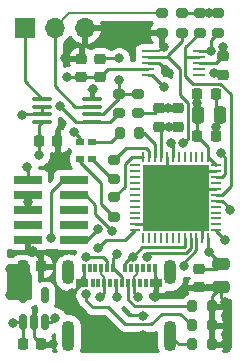
<source format=gbr>
%TF.GenerationSoftware,KiCad,Pcbnew,(5.99.0-8564-gb2cd1fddf9)*%
%TF.CreationDate,2021-01-25T15:54:04+03:00*%
%TF.ProjectId,Eloise_nA_meter_v2,456c6f69-7365-45f6-9e41-5f6d65746572,rev?*%
%TF.SameCoordinates,Original*%
%TF.FileFunction,Copper,L1,Top*%
%TF.FilePolarity,Positive*%
%FSLAX46Y46*%
G04 Gerber Fmt 4.6, Leading zero omitted, Abs format (unit mm)*
G04 Created by KiCad (PCBNEW (5.99.0-8564-gb2cd1fddf9)) date 2021-01-25 15:54:04*
%MOMM*%
%LPD*%
G01*
G04 APERTURE LIST*
G04 Aperture macros list*
%AMRoundRect*
0 Rectangle with rounded corners*
0 $1 Rounding radius*
0 $2 $3 $4 $5 $6 $7 $8 $9 X,Y pos of 4 corners*
0 Add a 4 corners polygon primitive as box body*
4,1,4,$2,$3,$4,$5,$6,$7,$8,$9,$2,$3,0*
0 Add four circle primitives for the rounded corners*
1,1,$1+$1,$2,$3*
1,1,$1+$1,$4,$5*
1,1,$1+$1,$6,$7*
1,1,$1+$1,$8,$9*
0 Add four rect primitives between the rounded corners*
20,1,$1+$1,$2,$3,$4,$5,0*
20,1,$1+$1,$4,$5,$6,$7,0*
20,1,$1+$1,$6,$7,$8,$9,0*
20,1,$1+$1,$8,$9,$2,$3,0*%
G04 Aperture macros list end*
%TA.AperFunction,SMDPad,CuDef*%
%ADD10RoundRect,0.225000X-0.225000X-0.250000X0.225000X-0.250000X0.225000X0.250000X-0.225000X0.250000X0*%
%TD*%
%TA.AperFunction,SMDPad,CuDef*%
%ADD11RoundRect,0.225000X-0.250000X0.225000X-0.250000X-0.225000X0.250000X-0.225000X0.250000X0.225000X0*%
%TD*%
%TA.AperFunction,ComponentPad*%
%ADD12R,1.700000X1.700000*%
%TD*%
%TA.AperFunction,ComponentPad*%
%ADD13O,1.700000X1.700000*%
%TD*%
%TA.AperFunction,SMDPad,CuDef*%
%ADD14RoundRect,0.225000X0.250000X-0.225000X0.250000X0.225000X-0.250000X0.225000X-0.250000X-0.225000X0*%
%TD*%
%TA.AperFunction,SMDPad,CuDef*%
%ADD15RoundRect,0.200000X-0.275000X0.200000X-0.275000X-0.200000X0.275000X-0.200000X0.275000X0.200000X0*%
%TD*%
%TA.AperFunction,SMDPad,CuDef*%
%ADD16RoundRect,0.200000X0.275000X-0.200000X0.275000X0.200000X-0.275000X0.200000X-0.275000X-0.200000X0*%
%TD*%
%TA.AperFunction,SMDPad,CuDef*%
%ADD17RoundRect,0.200000X-0.200000X-0.275000X0.200000X-0.275000X0.200000X0.275000X-0.200000X0.275000X0*%
%TD*%
%TA.AperFunction,SMDPad,CuDef*%
%ADD18RoundRect,0.150000X0.150000X-0.512500X0.150000X0.512500X-0.150000X0.512500X-0.150000X-0.512500X0*%
%TD*%
%TA.AperFunction,SMDPad,CuDef*%
%ADD19R,0.300000X0.700000*%
%TD*%
%TA.AperFunction,SMDPad,CuDef*%
%ADD20R,1.000000X0.700000*%
%TD*%
%TA.AperFunction,ComponentPad*%
%ADD21O,1.100000X2.600000*%
%TD*%
%TA.AperFunction,ComponentPad*%
%ADD22O,1.100000X2.100000*%
%TD*%
%TA.AperFunction,SMDPad,CuDef*%
%ADD23RoundRect,0.100000X0.712500X0.100000X-0.712500X0.100000X-0.712500X-0.100000X0.712500X-0.100000X0*%
%TD*%
%TA.AperFunction,SMDPad,CuDef*%
%ADD24RoundRect,0.062500X-0.062500X0.375000X-0.062500X-0.375000X0.062500X-0.375000X0.062500X0.375000X0*%
%TD*%
%TA.AperFunction,SMDPad,CuDef*%
%ADD25RoundRect,0.062500X-0.375000X0.062500X-0.375000X-0.062500X0.375000X-0.062500X0.375000X0.062500X0*%
%TD*%
%TA.AperFunction,SMDPad,CuDef*%
%ADD26R,5.600000X5.600000*%
%TD*%
%TA.AperFunction,SMDPad,CuDef*%
%ADD27RoundRect,0.250000X-0.250000X-0.475000X0.250000X-0.475000X0.250000X0.475000X-0.250000X0.475000X0*%
%TD*%
%TA.AperFunction,SMDPad,CuDef*%
%ADD28R,1.100000X0.250000*%
%TD*%
%TA.AperFunction,SMDPad,CuDef*%
%ADD29RoundRect,0.200000X0.200000X0.275000X-0.200000X0.275000X-0.200000X-0.275000X0.200000X-0.275000X0*%
%TD*%
%TA.AperFunction,SMDPad,CuDef*%
%ADD30R,2.400000X0.740000*%
%TD*%
%TA.AperFunction,SMDPad,CuDef*%
%ADD31R,0.700000X0.600000*%
%TD*%
%TA.AperFunction,SMDPad,CuDef*%
%ADD32RoundRect,0.250000X-0.475000X0.250000X-0.475000X-0.250000X0.475000X-0.250000X0.475000X0.250000X0*%
%TD*%
%TA.AperFunction,ViaPad*%
%ADD33C,0.800000*%
%TD*%
%TA.AperFunction,Conductor*%
%ADD34C,0.250000*%
%TD*%
%TA.AperFunction,Conductor*%
%ADD35C,0.200000*%
%TD*%
%TA.AperFunction,Conductor*%
%ADD36C,0.254000*%
%TD*%
G04 APERTURE END LIST*
D10*
%TO.P,C12,1*%
%TO.N,+3V3*%
X139425000Y-107000000D03*
%TO.P,C12,2*%
%TO.N,GND*%
X140975000Y-107000000D03*
%TD*%
D11*
%TO.P,C3,1*%
%TO.N,Net-(C3-Pad1)*%
X146000000Y-89425000D03*
%TO.P,C3,2*%
%TO.N,Net-(C14-Pad1)*%
X146000000Y-90975000D03*
%TD*%
D12*
%TO.P,J2,1,Pin_1*%
%TO.N,Net-(J2-Pad1)*%
X139600000Y-86800000D03*
D13*
%TO.P,J2,2,Pin_2*%
%TO.N,Net-(J2-Pad2)*%
X142140000Y-86800000D03*
%TO.P,J2,3,Pin_3*%
%TO.N,GND*%
X144680000Y-86800000D03*
%TD*%
D10*
%TO.P,C11,1*%
%TO.N,VBUS*%
X139425000Y-113600000D03*
%TO.P,C11,2*%
%TO.N,GND*%
X140975000Y-113600000D03*
%TD*%
D14*
%TO.P,C14,1*%
%TO.N,Net-(C14-Pad1)*%
X144400000Y-90975000D03*
%TO.P,C14,2*%
%TO.N,GND*%
X144400000Y-89425000D03*
%TD*%
D10*
%TO.P,C4,1*%
%TO.N,+3V3*%
X154225000Y-96000000D03*
%TO.P,C4,2*%
%TO.N,GND*%
X155775000Y-96000000D03*
%TD*%
D14*
%TO.P,C8,1*%
%TO.N,+3V3*%
X152600000Y-95175000D03*
%TO.P,C8,2*%
%TO.N,GND*%
X152600000Y-93625000D03*
%TD*%
D15*
%TO.P,R15,1*%
%TO.N,/TIM2_CH2*%
X147200000Y-97975000D03*
%TO.P,R15,2*%
%TO.N,Net-(D2-Pad3)*%
X147200000Y-99625000D03*
%TD*%
D11*
%TO.P,C2,1*%
%TO.N,+3V3*%
X156400000Y-89225000D03*
%TO.P,C2,2*%
%TO.N,GND*%
X156400000Y-90775000D03*
%TD*%
D16*
%TO.P,R5,1*%
%TO.N,/ADC_ALERT*%
X152910415Y-87225000D03*
%TO.P,R5,2*%
%TO.N,+3V3*%
X152910415Y-85575000D03*
%TD*%
D17*
%TO.P,R10,1*%
%TO.N,Net-(J3-PadB5)*%
X153775000Y-110400000D03*
%TO.P,R10,2*%
%TO.N,GND*%
X155425000Y-110400000D03*
%TD*%
D18*
%TO.P,U4,1,IN*%
%TO.N,VBUS*%
X139450000Y-111737500D03*
%TO.P,U4,2,GND*%
%TO.N,GND*%
X140400000Y-111737500D03*
%TO.P,U4,3,EN*%
%TO.N,VBUS*%
X141350000Y-111737500D03*
%TO.P,U4,4*%
%TO.N,N/C*%
X141350000Y-109462500D03*
%TO.P,U4,5,OUT*%
%TO.N,+3V3*%
X139450000Y-109462500D03*
%TD*%
D17*
%TO.P,R9,1*%
%TO.N,Net-(J3-PadA5)*%
X153775000Y-112000000D03*
%TO.P,R9,2*%
%TO.N,GND*%
X155425000Y-112000000D03*
%TD*%
%TO.P,R12,1*%
%TO.N,Net-(J3-PadS1)*%
X153775000Y-113600000D03*
%TO.P,R12,2*%
%TO.N,GND*%
X155425000Y-113600000D03*
%TD*%
D19*
%TO.P,J3,A1,GND*%
%TO.N,GND*%
X144600000Y-107160000D03*
%TO.P,J3,A2*%
%TO.N,N/C*%
X145100000Y-107160000D03*
%TO.P,J3,A3*%
X145600000Y-107160000D03*
%TO.P,J3,A4,VBUS*%
%TO.N,VBUS*%
X146100000Y-107160000D03*
%TO.P,J3,A5,CC1*%
%TO.N,Net-(J3-PadA5)*%
X146600000Y-107160000D03*
%TO.P,J3,A6,D+*%
%TO.N,/USB_D+*%
X147100000Y-107160000D03*
%TO.P,J3,A7,D-*%
%TO.N,/USB_D-*%
X148100000Y-107160000D03*
%TO.P,J3,A8,SBU1*%
%TO.N,no_connect_29*%
X148600000Y-107160000D03*
%TO.P,J3,A9,VBUS*%
%TO.N,VBUS*%
X149100000Y-107160000D03*
%TO.P,J3,A10*%
%TO.N,N/C*%
X149600000Y-107160000D03*
%TO.P,J3,A11*%
X150100000Y-107160000D03*
%TO.P,J3,A12,GND*%
%TO.N,GND*%
X150600000Y-107160000D03*
D20*
%TO.P,J3,B1,GND*%
X150700000Y-108400000D03*
D19*
%TO.P,J3,B2*%
%TO.N,N/C*%
X149850000Y-108400000D03*
%TO.P,J3,B3*%
X149350000Y-108400000D03*
%TO.P,J3,B4,VBUS*%
%TO.N,VBUS*%
X148850000Y-108400000D03*
%TO.P,J3,B5,CC2*%
%TO.N,Net-(J3-PadB5)*%
X148350000Y-108400000D03*
%TO.P,J3,B6,D+*%
%TO.N,/USB_D+*%
X147850000Y-108400000D03*
%TO.P,J3,B7,D-*%
%TO.N,/USB_D-*%
X147350000Y-108400000D03*
%TO.P,J3,B8,SBU2*%
%TO.N,no_connect_30*%
X146850000Y-108400000D03*
%TO.P,J3,B9,VBUS*%
%TO.N,VBUS*%
X146350000Y-108400000D03*
%TO.P,J3,B10*%
%TO.N,N/C*%
X145850000Y-108400000D03*
%TO.P,J3,B11*%
X145350000Y-108400000D03*
D20*
%TO.P,J3,B12,GND*%
%TO.N,GND*%
X144500000Y-108400000D03*
D21*
%TO.P,J3,S1,SHIELD*%
%TO.N,Net-(J3-PadS1)*%
X151920000Y-112870000D03*
D22*
X143280000Y-107510000D03*
D21*
X143280000Y-112870000D03*
D22*
X151920000Y-107510000D03*
%TD*%
D15*
%TO.P,R2,1*%
%TO.N,Net-(C3-Pad1)*%
X147600000Y-92375000D03*
%TO.P,R2,2*%
%TO.N,Net-(C14-Pad1)*%
X147600000Y-94025000D03*
%TD*%
D16*
%TO.P,R7,1*%
%TO.N,/SDA*%
X154410415Y-87225000D03*
%TO.P,R7,2*%
%TO.N,+3V3*%
X154410415Y-85575000D03*
%TD*%
D23*
%TO.P,U1,1*%
%TO.N,Net-(C14-Pad1)*%
X145312500Y-94775000D03*
%TO.P,U1,2,-*%
%TO.N,Net-(C3-Pad1)*%
X145312500Y-94125000D03*
%TO.P,U1,3,+*%
%TO.N,Net-(J2-Pad2)*%
X145312500Y-93475000D03*
%TO.P,U1,4,V-*%
%TO.N,GND*%
X145312500Y-92825000D03*
%TO.P,U1,5,+*%
%TO.N,Net-(J2-Pad1)*%
X141087500Y-92825000D03*
%TO.P,U1,6,-*%
%TO.N,/SENSOR_VMEAS*%
X141087500Y-93475000D03*
%TO.P,U1,7*%
X141087500Y-94125000D03*
%TO.P,U1,8,V+*%
%TO.N,+3V3*%
X141087500Y-94775000D03*
%TD*%
D15*
%TO.P,R8,1*%
%TO.N,Net-(J2-Pad2)*%
X151210415Y-85575000D03*
%TO.P,R8,2*%
%TO.N,GND*%
X151210415Y-87225000D03*
%TD*%
D24*
%TO.P,U5,1,VBAT*%
%TO.N,+3V3*%
X155150000Y-97762500D03*
%TO.P,U5,2,PC13*%
%TO.N,no_connect_41*%
X154650000Y-97762500D03*
%TO.P,U5,3,PC14*%
%TO.N,no_connect_50*%
X154150000Y-97762500D03*
%TO.P,U5,4,PC15*%
%TO.N,no_connect_55*%
X153650000Y-97762500D03*
%TO.P,U5,5,PF0*%
%TO.N,no_connect_59*%
X153150000Y-97762500D03*
%TO.P,U5,6,PF1*%
%TO.N,no_connect_60*%
X152650000Y-97762500D03*
%TO.P,U5,7,NRST*%
%TO.N,/NRST*%
X152150000Y-97762500D03*
%TO.P,U5,8,VSSA*%
%TO.N,GND*%
X151650000Y-97762500D03*
%TO.P,U5,9,VDDA*%
%TO.N,+3V3*%
X151150000Y-97762500D03*
%TO.P,U5,10,PA0*%
%TO.N,/TIM2_CH1*%
X150650000Y-97762500D03*
%TO.P,U5,11,PA1*%
%TO.N,/TIM2_CH2*%
X150150000Y-97762500D03*
%TO.P,U5,12,PA2*%
%TO.N,/TIM2_CH3*%
X149650000Y-97762500D03*
D25*
%TO.P,U5,13,PA3*%
%TO.N,no_connect_34*%
X148962500Y-98450000D03*
%TO.P,U5,14,PA4*%
%TO.N,no_connect_35*%
X148962500Y-98950000D03*
%TO.P,U5,15,PA5*%
%TO.N,no_connect_36*%
X148962500Y-99450000D03*
%TO.P,U5,16,PA6*%
%TO.N,no_connect_37*%
X148962500Y-99950000D03*
%TO.P,U5,17,PA7*%
%TO.N,no_connect_38*%
X148962500Y-100450000D03*
%TO.P,U5,18,PB0*%
%TO.N,no_connect_39*%
X148962500Y-100950000D03*
%TO.P,U5,19,PB1*%
%TO.N,no_connect_40*%
X148962500Y-101450000D03*
%TO.P,U5,20,PB2*%
%TO.N,no_connect_42*%
X148962500Y-101950000D03*
%TO.P,U5,21,PB10*%
%TO.N,no_connect_43*%
X148962500Y-102450000D03*
%TO.P,U5,22,PB11*%
%TO.N,no_connect_44*%
X148962500Y-102950000D03*
%TO.P,U5,23,VSS*%
%TO.N,GND*%
X148962500Y-103450000D03*
%TO.P,U5,24,VDD*%
%TO.N,+3V3*%
X148962500Y-103950000D03*
D24*
%TO.P,U5,25,PB12*%
%TO.N,no_connect_45*%
X149650000Y-104637500D03*
%TO.P,U5,26,PB13*%
%TO.N,no_connect_46*%
X150150000Y-104637500D03*
%TO.P,U5,27,PB14*%
%TO.N,no_connect_47*%
X150650000Y-104637500D03*
%TO.P,U5,28,PB15*%
%TO.N,no_connect_48*%
X151150000Y-104637500D03*
%TO.P,U5,29,PA8*%
%TO.N,no_connect_49*%
X151650000Y-104637500D03*
%TO.P,U5,30,PA9*%
%TO.N,no_connect_51*%
X152150000Y-104637500D03*
%TO.P,U5,31,PA10*%
%TO.N,no_connect_52*%
X152650000Y-104637500D03*
%TO.P,U5,32,PA11*%
%TO.N,/USB_D-*%
X153150000Y-104637500D03*
%TO.P,U5,33,PA12*%
%TO.N,/USB_D+*%
X153650000Y-104637500D03*
%TO.P,U5,34,PA13*%
%TO.N,/SWDIO*%
X154150000Y-104637500D03*
%TO.P,U5,35,VSS*%
%TO.N,GND*%
X154650000Y-104637500D03*
%TO.P,U5,36,VDDIO2*%
%TO.N,+3V3*%
X155150000Y-104637500D03*
D25*
%TO.P,U5,37,PA14*%
%TO.N,/SWCLK*%
X155837500Y-103950000D03*
%TO.P,U5,38,PA15*%
%TO.N,no_connect_53*%
X155837500Y-103450000D03*
%TO.P,U5,39,PB3*%
%TO.N,no_connect_54*%
X155837500Y-102950000D03*
%TO.P,U5,40,PB4*%
%TO.N,no_connect_56*%
X155837500Y-102450000D03*
%TO.P,U5,41,PB5*%
%TO.N,no_connect_57*%
X155837500Y-101950000D03*
%TO.P,U5,42,PB6*%
%TO.N,/SCL*%
X155837500Y-101450000D03*
%TO.P,U5,43,PB7*%
%TO.N,/SDA*%
X155837500Y-100950000D03*
%TO.P,U5,44,BOOT0*%
%TO.N,GND*%
X155837500Y-100450000D03*
%TO.P,U5,45,PB8*%
%TO.N,no_connect_58*%
X155837500Y-99950000D03*
%TO.P,U5,46,PB9*%
%TO.N,/ADC_ALERT*%
X155837500Y-99450000D03*
%TO.P,U5,47,VSS*%
%TO.N,GND*%
X155837500Y-98950000D03*
%TO.P,U5,48,VDD*%
%TO.N,+3V3*%
X155837500Y-98450000D03*
D26*
%TO.P,U5,49,VSS*%
%TO.N,GND*%
X152400000Y-101200000D03*
%TD*%
D27*
%TO.P,C6,1*%
%TO.N,+3V3*%
X154250000Y-94200000D03*
%TO.P,C6,2*%
%TO.N,GND*%
X156150000Y-94200000D03*
%TD*%
D16*
%TO.P,R1,1*%
%TO.N,GND*%
X149200000Y-94025000D03*
%TO.P,R1,2*%
%TO.N,Net-(C3-Pad1)*%
X149200000Y-92375000D03*
%TD*%
%TO.P,R6,1*%
%TO.N,/SCL*%
X156010415Y-87225000D03*
%TO.P,R6,2*%
%TO.N,+3V3*%
X156010415Y-85575000D03*
%TD*%
D28*
%TO.P,U2,1,ADDR*%
%TO.N,GND*%
X150050000Y-88800000D03*
%TO.P,U2,2,ALERT/RDY*%
%TO.N,/ADC_ALERT*%
X150050000Y-89300000D03*
%TO.P,U2,3,GND*%
%TO.N,GND*%
X150050000Y-89800000D03*
%TO.P,U2,4,AIN0*%
%TO.N,Net-(C14-Pad1)*%
X150050000Y-90300000D03*
%TO.P,U2,5,AIN1*%
%TO.N,/SENSOR_VMEAS*%
X150050000Y-90800000D03*
%TO.P,U2,6,AIN2*%
%TO.N,no_connect_32*%
X154350000Y-90800000D03*
%TO.P,U2,7,AIN3*%
%TO.N,no_connect_33*%
X154350000Y-90300000D03*
%TO.P,U2,8,VDD*%
%TO.N,+3V3*%
X154350000Y-89800000D03*
%TO.P,U2,9,SDA*%
%TO.N,/SDA*%
X154350000Y-89300000D03*
%TO.P,U2,10,SCL*%
%TO.N,/SCL*%
X154350000Y-88800000D03*
%TD*%
D11*
%TO.P,C9,1*%
%TO.N,+3V3*%
X154400000Y-107225000D03*
%TO.P,C9,2*%
%TO.N,GND*%
X154400000Y-108775000D03*
%TD*%
D14*
%TO.P,C7,1*%
%TO.N,+3V3*%
X151000000Y-95175000D03*
%TO.P,C7,2*%
%TO.N,GND*%
X151000000Y-93625000D03*
%TD*%
D29*
%TO.P,R14,1*%
%TO.N,/TIM2_CH1*%
X149325000Y-95700000D03*
%TO.P,R14,2*%
%TO.N,Net-(D2-Pad4)*%
X147675000Y-95700000D03*
%TD*%
D15*
%TO.P,R17,1*%
%TO.N,/TIM2_CH3*%
X147200000Y-101175000D03*
%TO.P,R17,2*%
%TO.N,Net-(D2-Pad1)*%
X147200000Y-102825000D03*
%TD*%
D30*
%TO.P,J1,1,Pin_1*%
%TO.N,+3V3*%
X139850000Y-99660000D03*
%TO.P,J1,2,Pin_2*%
%TO.N,/SWDIO*%
X143750000Y-99660000D03*
%TO.P,J1,3,Pin_3*%
%TO.N,GND*%
X139850000Y-100930000D03*
%TO.P,J1,4,Pin_4*%
%TO.N,/SWCLK*%
X143750000Y-100930000D03*
%TO.P,J1,5,Pin_5*%
%TO.N,GND*%
X139850000Y-102200000D03*
%TO.P,J1,6,Pin_6*%
%TO.N,no_connect_26*%
X143750000Y-102200000D03*
%TO.P,J1,7,Pin_7*%
%TO.N,no_connect_27*%
X139850000Y-103470000D03*
%TO.P,J1,8,Pin_8*%
%TO.N,no_connect_28*%
X143750000Y-103470000D03*
%TO.P,J1,9,Pin_9*%
%TO.N,GND*%
X139850000Y-104740000D03*
%TO.P,J1,10,Pin_10*%
%TO.N,/NRST*%
X143750000Y-104740000D03*
%TD*%
D10*
%TO.P,C1,1*%
%TO.N,+3V3*%
X140825000Y-96400000D03*
%TO.P,C1,2*%
%TO.N,GND*%
X142375000Y-96400000D03*
%TD*%
%TO.P,C5,1*%
%TO.N,+3V3*%
X154225000Y-92400000D03*
%TO.P,C5,2*%
%TO.N,GND*%
X155775000Y-92400000D03*
%TD*%
D31*
%TO.P,D2,1,BK*%
%TO.N,Net-(D2-Pad1)*%
X144300000Y-97900000D03*
%TO.P,D2,2,A*%
%TO.N,+3V3*%
X144300000Y-96500000D03*
%TO.P,D2,3,GK*%
%TO.N,Net-(D2-Pad3)*%
X145300000Y-97900000D03*
%TO.P,D2,4,RK*%
%TO.N,Net-(D2-Pad4)*%
X145300000Y-96500000D03*
%TD*%
D32*
%TO.P,C10,1*%
%TO.N,+3V3*%
X156200000Y-106850000D03*
%TO.P,C10,2*%
%TO.N,GND*%
X156200000Y-108750000D03*
%TD*%
D33*
%TO.N,GND*%
X149600000Y-111200000D03*
X143000000Y-89400000D03*
X155600000Y-90600000D03*
X151800000Y-90600000D03*
X156600000Y-113600000D03*
X155775000Y-95225000D03*
X145400000Y-92000000D03*
X154000000Y-99700000D03*
X154000000Y-102700000D03*
X150900000Y-102700000D03*
X142000000Y-113600000D03*
X142400000Y-97600000D03*
X150900000Y-99700000D03*
X150600000Y-109600000D03*
X139850000Y-101550000D03*
X151775000Y-93625000D03*
X143600000Y-109300000D03*
X140300000Y-105700000D03*
X149600000Y-112800000D03*
X152400000Y-101200000D03*
X151400000Y-88400000D03*
X156600000Y-110000000D03*
%TO.N,+3V3*%
X156400000Y-88400000D03*
X155235415Y-85575000D03*
X140800000Y-97600000D03*
X155175000Y-105825000D03*
X139500000Y-108100000D03*
X143800000Y-95600000D03*
X151825000Y-95175000D03*
X154225000Y-93175000D03*
X145800000Y-105450001D03*
X139800000Y-98600000D03*
X138400000Y-107200000D03*
X138400000Y-109400000D03*
%TO.N,VBUS*%
X142200000Y-111400000D03*
X138600000Y-111800000D03*
X146000000Y-109600000D03*
X149200000Y-109600000D03*
%TO.N,/NRST*%
X152000000Y-96600000D03*
X145787347Y-103812653D03*
%TO.N,Net-(C14-Pad1)*%
X142600000Y-93400000D03*
X143200000Y-91000000D03*
%TO.N,/SWCLK*%
X156600000Y-104800000D03*
X147000000Y-104000000D03*
%TO.N,/SWDIO*%
X153069951Y-106999353D03*
X141800000Y-104600000D03*
%TO.N,/SENSOR_VMEAS*%
X139400000Y-94200000D03*
X151400000Y-91800000D03*
%TO.N,/USB_D-*%
X148743851Y-106209998D03*
X147400000Y-109600000D03*
%TO.N,/USB_D+*%
X147400000Y-106000000D03*
X150000000Y-106200000D03*
%TO.N,Net-(J3-PadA5)*%
X144800000Y-106200000D03*
X144800000Y-109350002D03*
%TO.N,Net-(C3-Pad1)*%
X147600000Y-91200000D03*
X147600000Y-89400000D03*
%TO.N,/ADC_ALERT*%
X156200000Y-97400000D03*
X153000000Y-96600000D03*
%TO.N,/SCL*%
X155353248Y-88781850D03*
X156950000Y-102200000D03*
%TD*%
D34*
%TO.N,GND*%
X154400000Y-108775000D02*
X156175000Y-108775000D01*
X139850000Y-101550000D02*
X139850000Y-100930000D01*
X144500000Y-108400000D02*
X143600000Y-109300000D01*
X144600000Y-107160000D02*
X144600000Y-108300000D01*
X151650000Y-97762500D02*
X151650000Y-100450000D01*
X145312500Y-92087500D02*
X145400000Y-92000000D01*
X139850000Y-105250000D02*
X140300000Y-105700000D01*
X150600000Y-108300000D02*
X150700000Y-108400000D01*
X149200000Y-94025000D02*
X150600000Y-94025000D01*
X154650000Y-104637500D02*
X154650000Y-103450000D01*
X154650000Y-103450000D02*
X152400000Y-101200000D01*
X140400000Y-111737500D02*
X140400000Y-113025000D01*
X155425000Y-110400000D02*
X155425000Y-109525000D01*
X155775000Y-90775000D02*
X155600000Y-90600000D01*
X153150000Y-100450000D02*
X152400000Y-101200000D01*
X156200000Y-109600000D02*
X156600000Y-110000000D01*
X154650000Y-98950000D02*
X152400000Y-101200000D01*
X150700000Y-108400000D02*
X150700000Y-109500000D01*
X150050000Y-89800000D02*
X151000000Y-89800000D01*
X151210415Y-88210415D02*
X151400000Y-88400000D01*
X140400000Y-113025000D02*
X140975000Y-113600000D01*
X144500000Y-108400000D02*
X144500000Y-108500000D01*
X155425000Y-109525000D02*
X156200000Y-108750000D01*
X140975000Y-107000000D02*
X140975000Y-106375000D01*
X142375000Y-96400000D02*
X142375000Y-97575000D01*
X156400000Y-90775000D02*
X155775000Y-90775000D01*
X144600000Y-108300000D02*
X144500000Y-108400000D01*
X145312500Y-92825000D02*
X145312500Y-92087500D01*
X151775000Y-93625000D02*
X152600000Y-93625000D01*
X151210415Y-87225000D02*
X151210415Y-88210415D01*
X140975000Y-106375000D02*
X140300000Y-105700000D01*
X148962500Y-103450000D02*
X150150000Y-103450000D01*
X143025000Y-89425000D02*
X143000000Y-89400000D01*
X150600000Y-94025000D02*
X151000000Y-93625000D01*
X155837500Y-98950000D02*
X154650000Y-98950000D01*
X155425000Y-113600000D02*
X156600000Y-113600000D01*
X140975000Y-113600000D02*
X142000000Y-113600000D01*
X150700000Y-109500000D02*
X150600000Y-109600000D01*
X151650000Y-100450000D02*
X152400000Y-101200000D01*
X139850000Y-104740000D02*
X139850000Y-105250000D01*
X156175000Y-108775000D02*
X156200000Y-108750000D01*
D35*
X150050000Y-88800000D02*
X151000000Y-88800000D01*
D34*
X151000000Y-89800000D02*
X151800000Y-90600000D01*
X150600000Y-107160000D02*
X150600000Y-108300000D01*
X155775000Y-95225000D02*
X155775000Y-94575000D01*
D35*
X151000000Y-88800000D02*
X151400000Y-88400000D01*
D34*
X151000000Y-93625000D02*
X151775000Y-93625000D01*
X155775000Y-93825000D02*
X156150000Y-94200000D01*
X156200000Y-108750000D02*
X156200000Y-109600000D01*
X155425000Y-113600000D02*
X155425000Y-110400000D01*
X142375000Y-97575000D02*
X142400000Y-97600000D01*
X155837500Y-100450000D02*
X153150000Y-100450000D01*
X155775000Y-92400000D02*
X155775000Y-93825000D01*
X150150000Y-103450000D02*
X152400000Y-101200000D01*
X144400000Y-89425000D02*
X143025000Y-89425000D01*
X155775000Y-94575000D02*
X156150000Y-94200000D01*
%TO.N,+3V3*%
X155150000Y-104637500D02*
X155150000Y-105800000D01*
X155825000Y-89800000D02*
X156400000Y-89225000D01*
X151150000Y-97762500D02*
X151150000Y-95325000D01*
X140825000Y-96400000D02*
X140825000Y-97575000D01*
X140825000Y-96400000D02*
X140825000Y-95037500D01*
X155150000Y-97762500D02*
X155150000Y-97150000D01*
X144300000Y-96100000D02*
X143800000Y-95600000D01*
X156010415Y-85575000D02*
X152910415Y-85575000D01*
X154400000Y-107225000D02*
X155825000Y-107225000D01*
X139850000Y-98650000D02*
X139800000Y-98600000D01*
X155175000Y-105825000D02*
X156200000Y-106850000D01*
X154225000Y-96000000D02*
X155150000Y-96925000D01*
X155825000Y-107225000D02*
X156200000Y-106850000D01*
X140825000Y-97575000D02*
X140800000Y-97600000D01*
X146450001Y-104800000D02*
X145800000Y-105450001D01*
X155235415Y-85575000D02*
X156010415Y-85575000D01*
X148112500Y-104800000D02*
X146450001Y-104800000D01*
X155837500Y-98450000D02*
X155150000Y-97762500D01*
X156400000Y-89225000D02*
X156400000Y-88400000D01*
X140825000Y-95037500D02*
X141087500Y-94775000D01*
X151825000Y-95175000D02*
X152600000Y-95175000D01*
X154350000Y-89800000D02*
X155825000Y-89800000D01*
X151150000Y-95325000D02*
X151000000Y-95175000D01*
X139850000Y-99660000D02*
X139850000Y-98650000D01*
X155150000Y-96925000D02*
X155150000Y-97150000D01*
X154225000Y-93175000D02*
X154225000Y-96000000D01*
X148962500Y-103950000D02*
X148112500Y-104800000D01*
X144300000Y-96500000D02*
X144300000Y-96100000D01*
D35*
%TO.N,VBUS*%
X149100000Y-107160000D02*
X149100000Y-107650000D01*
D34*
X139425000Y-111762500D02*
X139450000Y-111737500D01*
X139425000Y-113600000D02*
X139425000Y-111762500D01*
D35*
X146350000Y-107900000D02*
X146350000Y-108400000D01*
D34*
X146350000Y-109250000D02*
X146000000Y-109600000D01*
X148850000Y-109250000D02*
X149200000Y-109600000D01*
D35*
X146100000Y-107650000D02*
X146350000Y-107900000D01*
D34*
X148850000Y-108400000D02*
X148850000Y-109250000D01*
X139450000Y-111737500D02*
X138662500Y-111737500D01*
X141862500Y-111737500D02*
X142200000Y-111400000D01*
D35*
X149100000Y-107650000D02*
X148850000Y-107900000D01*
X146100000Y-107160000D02*
X146100000Y-107650000D01*
D34*
X146350000Y-108400000D02*
X146350000Y-109250000D01*
D35*
X148850000Y-107900000D02*
X148850000Y-108400000D01*
D34*
X138662500Y-111737500D02*
X138600000Y-111800000D01*
X141350000Y-111737500D02*
X141862500Y-111737500D01*
%TO.N,/NRST*%
X144860000Y-104740000D02*
X143750000Y-104740000D01*
X145787347Y-103812653D02*
X144860000Y-104740000D01*
X152150000Y-96750000D02*
X152000000Y-96600000D01*
X152150000Y-97050000D02*
X152150000Y-96750000D01*
X152150000Y-97762500D02*
X152150000Y-97050000D01*
%TO.N,Net-(D2-Pad4)*%
X145300000Y-96500000D02*
X146875000Y-96500000D01*
X146875000Y-96500000D02*
X147675000Y-95700000D01*
%TO.N,Net-(D2-Pad3)*%
X145300000Y-97900000D02*
X147025000Y-99625000D01*
X147025000Y-99625000D02*
X147200000Y-99625000D01*
%TO.N,Net-(D2-Pad1)*%
X144300000Y-98135002D02*
X146100000Y-99935002D01*
X144300000Y-97900000D02*
X144300000Y-98135002D01*
X146100000Y-101725000D02*
X147200000Y-102825000D01*
X146100000Y-99935002D02*
X146100000Y-101725000D01*
%TO.N,Net-(C14-Pad1)*%
X144400000Y-90975000D02*
X146000000Y-90975000D01*
X146850000Y-94775000D02*
X147600000Y-94025000D01*
X146675000Y-90300000D02*
X146000000Y-90975000D01*
X143975000Y-94775000D02*
X145312500Y-94775000D01*
X143225000Y-90975000D02*
X143200000Y-91000000D01*
X142600000Y-93400000D02*
X143975000Y-94775000D01*
X145312500Y-94775000D02*
X146850000Y-94775000D01*
X150050000Y-90300000D02*
X146675000Y-90300000D01*
X144400000Y-90975000D02*
X143225000Y-90975000D01*
%TO.N,/SWCLK*%
X155837500Y-104037500D02*
X156600000Y-104800000D01*
X155837500Y-103950000D02*
X155837500Y-104037500D01*
X145600000Y-102600000D02*
X145600000Y-101775000D01*
X144755000Y-100930000D02*
X143750000Y-100930000D01*
X145600000Y-101775000D02*
X144755000Y-100930000D01*
X147000000Y-104000000D02*
X145600000Y-102600000D01*
%TO.N,/SWDIO*%
X153069951Y-106999353D02*
X153069951Y-106716459D01*
X142864998Y-99660000D02*
X143750000Y-99660000D01*
X141800000Y-100724998D02*
X142864998Y-99660000D01*
X141800000Y-101380000D02*
X141800000Y-104600000D01*
X153069951Y-106716459D02*
X154150000Y-105636410D01*
X154150000Y-105636410D02*
X154150000Y-104637500D01*
X141800000Y-101380000D02*
X141800000Y-100724998D01*
%TO.N,/SENSOR_VMEAS*%
X150400000Y-90800000D02*
X151400000Y-91800000D01*
X150050000Y-90800000D02*
X150400000Y-90800000D01*
X141087500Y-93475000D02*
X141087500Y-94125000D01*
X139475000Y-94125000D02*
X139400000Y-94200000D01*
X141087500Y-94125000D02*
X139475000Y-94125000D01*
%TO.N,Net-(J3-PadS1)*%
X153775000Y-113600000D02*
X152650000Y-113600000D01*
X152650000Y-113600000D02*
X151920000Y-112870000D01*
%TO.N,/USB_D-*%
X148743851Y-106209998D02*
X148590002Y-106209998D01*
X147350000Y-109550000D02*
X147400000Y-109600000D01*
X153100000Y-105400000D02*
X153150000Y-105350000D01*
X147350000Y-108400000D02*
X147350000Y-109550000D01*
X148100000Y-106700000D02*
X148100000Y-107160000D01*
X153150000Y-105350000D02*
X153150000Y-104637500D01*
X148590002Y-106209998D02*
X148100000Y-106700000D01*
X148743851Y-106209998D02*
X149553849Y-105400000D01*
X149553849Y-105400000D02*
X153100000Y-105400000D01*
%TO.N,/USB_D+*%
X147100000Y-107160000D02*
X147850000Y-107910000D01*
X150149991Y-105850009D02*
X153286401Y-105850009D01*
X150000000Y-106000000D02*
X150149991Y-105850009D01*
X153650000Y-105486410D02*
X153650000Y-104637500D01*
X153286401Y-105850009D02*
X153650000Y-105486410D01*
X150000000Y-106200000D02*
X150000000Y-106000000D01*
X147100000Y-106300000D02*
X147400000Y-106000000D01*
X147100000Y-107160000D02*
X147100000Y-106300000D01*
X147850000Y-107910000D02*
X147850000Y-108400000D01*
%TO.N,Net-(J3-PadB5)*%
X148926998Y-110400000D02*
X153775000Y-110400000D01*
X148350000Y-108400000D02*
X148350000Y-109823002D01*
X148350000Y-109823002D02*
X148926998Y-110400000D01*
%TO.N,Net-(J2-Pad1)*%
X139600000Y-91337500D02*
X141087500Y-92825000D01*
X139600000Y-86800000D02*
X139600000Y-91337500D01*
%TO.N,Net-(J3-PadA5)*%
X146674999Y-110474999D02*
X145359312Y-110474999D01*
X148125001Y-111925001D02*
X150274999Y-111925001D01*
X146240000Y-106200000D02*
X144800000Y-106200000D01*
X151200000Y-111000000D02*
X152775000Y-111000000D01*
X146600000Y-106560000D02*
X146240000Y-106200000D01*
X150274999Y-111925001D02*
X151200000Y-111000000D01*
X146600000Y-107160000D02*
X146600000Y-106560000D01*
X144800000Y-109915687D02*
X144800000Y-109350002D01*
X145359312Y-110474999D02*
X144800000Y-109915687D01*
X152775000Y-111000000D02*
X153775000Y-112000000D01*
X146674999Y-110474999D02*
X148125001Y-111925001D01*
%TO.N,Net-(C3-Pad1)*%
X147600000Y-92375000D02*
X147600000Y-92774999D01*
X149200000Y-92375000D02*
X147600000Y-92375000D01*
X146249999Y-94125000D02*
X145312500Y-94125000D01*
X147600000Y-92375000D02*
X147600000Y-91200000D01*
X146025000Y-89400000D02*
X146000000Y-89425000D01*
X147600000Y-92774999D02*
X146249999Y-94125000D01*
X147600000Y-89400000D02*
X146025000Y-89400000D01*
%TO.N,/ADC_ALERT*%
X152910415Y-87962587D02*
X151762500Y-89110502D01*
X156200000Y-97400000D02*
X156600010Y-97800010D01*
X152749990Y-90276988D02*
X152749990Y-92518384D01*
X156600010Y-99174060D02*
X156324070Y-99450000D01*
X152910415Y-87225000D02*
X152910415Y-87562500D01*
X151762500Y-89110502D02*
X151762500Y-89300000D01*
X153400010Y-96199990D02*
X153000000Y-96600000D01*
X151773002Y-89300000D02*
X152749990Y-90276988D01*
X151762500Y-89300000D02*
X150050000Y-89300000D01*
X152910415Y-87225000D02*
X152910415Y-87962587D01*
X153400010Y-93168404D02*
X153400010Y-96199990D01*
X156324070Y-99450000D02*
X155837500Y-99450000D01*
X152749990Y-92518384D02*
X153400010Y-93168404D01*
X156600010Y-97800010D02*
X156600010Y-99174060D01*
X150050000Y-89300000D02*
X151773002Y-89300000D01*
%TO.N,/SCL*%
X155353248Y-88092582D02*
X155353248Y-88781850D01*
X155837500Y-101450000D02*
X156324070Y-101450000D01*
X156950000Y-102075930D02*
X156950000Y-102200000D01*
X155353248Y-87882167D02*
X155353248Y-88781850D01*
X156010415Y-87225000D02*
X155353248Y-87882167D01*
X154350000Y-88800000D02*
X155335098Y-88800000D01*
X154350000Y-88800000D02*
X154800000Y-88800000D01*
X155335098Y-88800000D02*
X155353248Y-88781850D01*
X156010415Y-87225000D02*
X155631245Y-87225000D01*
X156324070Y-101450000D02*
X156950000Y-102075930D01*
%TO.N,/SDA*%
X154410415Y-87225000D02*
X153200000Y-88435415D01*
X153550000Y-89300000D02*
X154350000Y-89300000D01*
X153300000Y-89300000D02*
X153200000Y-89400000D01*
X154410415Y-87225000D02*
X154131245Y-87225000D01*
X157050020Y-100224050D02*
X157050020Y-92418414D01*
X153200000Y-89400000D02*
X153200000Y-89650000D01*
X156181616Y-91550010D02*
X153840008Y-91550010D01*
X153200000Y-88435415D02*
X153200000Y-89000000D01*
X157050020Y-92418414D02*
X156181616Y-91550010D01*
X153200000Y-89000000D02*
X153200000Y-89400000D01*
X153550000Y-89300000D02*
X153300000Y-89300000D01*
X153840008Y-91550010D02*
X153200000Y-90910002D01*
X155837500Y-100950000D02*
X156324070Y-100950000D01*
X153200000Y-90910002D02*
X153200000Y-89650000D01*
X156324070Y-100950000D02*
X157050020Y-100224050D01*
X153200000Y-88745830D02*
X153200000Y-89000000D01*
%TO.N,/TIM2_CH1*%
X150650000Y-97762500D02*
X150650000Y-96650000D01*
X149700000Y-95700000D02*
X149325000Y-95700000D01*
X150650000Y-96650000D02*
X149700000Y-95700000D01*
%TO.N,/TIM2_CH2*%
X150150000Y-97275930D02*
X149874060Y-96999990D01*
X148175010Y-96999990D02*
X147200000Y-97975000D01*
X150150000Y-97762500D02*
X150150000Y-97275930D01*
X149874060Y-96999990D02*
X148175010Y-96999990D01*
%TO.N,/TIM2_CH3*%
X149650000Y-97762500D02*
X148663430Y-97762500D01*
X148100000Y-100275000D02*
X147200000Y-101175000D01*
X148663430Y-97762500D02*
X148100000Y-98325930D01*
X148100000Y-98325930D02*
X148100000Y-100275000D01*
%TO.N,Net-(J2-Pad2)*%
X142140000Y-86800000D02*
X142140000Y-91740000D01*
D35*
X143365000Y-85575000D02*
X151210415Y-85575000D01*
D34*
X143875000Y-93475000D02*
X145312500Y-93475000D01*
D35*
X143365000Y-85575000D02*
X142140000Y-86800000D01*
D34*
X142140000Y-91740000D02*
X143875000Y-93475000D01*
%TD*%
%TO.N,GND*%
D36*
X156966000Y-113716472D02*
X156964042Y-113727346D01*
X156962083Y-113746691D01*
X156960161Y-113827845D01*
X156944890Y-113904617D01*
X156917850Y-113969898D01*
X156878599Y-114028642D01*
X156828642Y-114078599D01*
X156769899Y-114117850D01*
X156704618Y-114144891D01*
X156627846Y-114160161D01*
X156549969Y-114162005D01*
X156532144Y-114163700D01*
X156518408Y-114166000D01*
X156411009Y-114166000D01*
X156412847Y-114161212D01*
X156454582Y-113995059D01*
X156458129Y-113972274D01*
X156458751Y-113962387D01*
X156459000Y-113954476D01*
X156459000Y-113854000D01*
X156438998Y-113785879D01*
X156385342Y-113739386D01*
X156333000Y-113728000D01*
X155297000Y-113728000D01*
X155297000Y-112254000D01*
X155553000Y-112254000D01*
X155553000Y-113346000D01*
X155573002Y-113414121D01*
X155626658Y-113460614D01*
X155679000Y-113472000D01*
X156333000Y-113472000D01*
X156401121Y-113451998D01*
X156447614Y-113398342D01*
X156459000Y-113346000D01*
X156459000Y-113283682D01*
X156458087Y-113268545D01*
X156442506Y-113139789D01*
X156435285Y-113110388D01*
X156374729Y-112950132D01*
X156360703Y-112923303D01*
X156275118Y-112798777D01*
X156304555Y-112765738D01*
X156321833Y-112740878D01*
X156401997Y-112589475D01*
X156412847Y-112561212D01*
X156454582Y-112395059D01*
X156458129Y-112372274D01*
X156458751Y-112362387D01*
X156459000Y-112354476D01*
X156459000Y-112254000D01*
X156438998Y-112185879D01*
X156385342Y-112139386D01*
X156333000Y-112128000D01*
X155679000Y-112128000D01*
X155610879Y-112148002D01*
X155564386Y-112201658D01*
X155553000Y-112254000D01*
X155297000Y-112254000D01*
X155297000Y-110654000D01*
X155553000Y-110654000D01*
X155553000Y-111746000D01*
X155573002Y-111814121D01*
X155626658Y-111860614D01*
X155679000Y-111872000D01*
X156333000Y-111872000D01*
X156401121Y-111851998D01*
X156447614Y-111798342D01*
X156459000Y-111746000D01*
X156459000Y-111683682D01*
X156458087Y-111668545D01*
X156442506Y-111539789D01*
X156435285Y-111510388D01*
X156374729Y-111350132D01*
X156360703Y-111323303D01*
X156275118Y-111198777D01*
X156304555Y-111165738D01*
X156321833Y-111140878D01*
X156401997Y-110989475D01*
X156412847Y-110961212D01*
X156454582Y-110795059D01*
X156458129Y-110772274D01*
X156458751Y-110762387D01*
X156459000Y-110754476D01*
X156459000Y-110654000D01*
X156438998Y-110585879D01*
X156385342Y-110539386D01*
X156333000Y-110528000D01*
X155679000Y-110528000D01*
X155610879Y-110548002D01*
X155564386Y-110601658D01*
X155553000Y-110654000D01*
X155297000Y-110654000D01*
X155297000Y-110272000D01*
X156333000Y-110272000D01*
X156401121Y-110251998D01*
X156447614Y-110198342D01*
X156459000Y-110146000D01*
X156459000Y-110083682D01*
X156458087Y-110068545D01*
X156442506Y-109939789D01*
X156435285Y-109910388D01*
X156425314Y-109884000D01*
X156717885Y-109884000D01*
X156732477Y-109883152D01*
X156865120Y-109867687D01*
X156893519Y-109860974D01*
X156966000Y-109834665D01*
X156966000Y-113716472D01*
%TA.AperFunction,Conductor*%
G36*
X156966000Y-113716472D02*
G01*
X156964042Y-113727346D01*
X156962083Y-113746691D01*
X156960161Y-113827845D01*
X156944890Y-113904617D01*
X156917850Y-113969898D01*
X156878599Y-114028642D01*
X156828642Y-114078599D01*
X156769899Y-114117850D01*
X156704618Y-114144891D01*
X156627846Y-114160161D01*
X156549969Y-114162005D01*
X156532144Y-114163700D01*
X156518408Y-114166000D01*
X156411009Y-114166000D01*
X156412847Y-114161212D01*
X156454582Y-113995059D01*
X156458129Y-113972274D01*
X156458751Y-113962387D01*
X156459000Y-113954476D01*
X156459000Y-113854000D01*
X156438998Y-113785879D01*
X156385342Y-113739386D01*
X156333000Y-113728000D01*
X155297000Y-113728000D01*
X155297000Y-112254000D01*
X155553000Y-112254000D01*
X155553000Y-113346000D01*
X155573002Y-113414121D01*
X155626658Y-113460614D01*
X155679000Y-113472000D01*
X156333000Y-113472000D01*
X156401121Y-113451998D01*
X156447614Y-113398342D01*
X156459000Y-113346000D01*
X156459000Y-113283682D01*
X156458087Y-113268545D01*
X156442506Y-113139789D01*
X156435285Y-113110388D01*
X156374729Y-112950132D01*
X156360703Y-112923303D01*
X156275118Y-112798777D01*
X156304555Y-112765738D01*
X156321833Y-112740878D01*
X156401997Y-112589475D01*
X156412847Y-112561212D01*
X156454582Y-112395059D01*
X156458129Y-112372274D01*
X156458751Y-112362387D01*
X156459000Y-112354476D01*
X156459000Y-112254000D01*
X156438998Y-112185879D01*
X156385342Y-112139386D01*
X156333000Y-112128000D01*
X155679000Y-112128000D01*
X155610879Y-112148002D01*
X155564386Y-112201658D01*
X155553000Y-112254000D01*
X155297000Y-112254000D01*
X155297000Y-110654000D01*
X155553000Y-110654000D01*
X155553000Y-111746000D01*
X155573002Y-111814121D01*
X155626658Y-111860614D01*
X155679000Y-111872000D01*
X156333000Y-111872000D01*
X156401121Y-111851998D01*
X156447614Y-111798342D01*
X156459000Y-111746000D01*
X156459000Y-111683682D01*
X156458087Y-111668545D01*
X156442506Y-111539789D01*
X156435285Y-111510388D01*
X156374729Y-111350132D01*
X156360703Y-111323303D01*
X156275118Y-111198777D01*
X156304555Y-111165738D01*
X156321833Y-111140878D01*
X156401997Y-110989475D01*
X156412847Y-110961212D01*
X156454582Y-110795059D01*
X156458129Y-110772274D01*
X156458751Y-110762387D01*
X156459000Y-110754476D01*
X156459000Y-110654000D01*
X156438998Y-110585879D01*
X156385342Y-110539386D01*
X156333000Y-110528000D01*
X155679000Y-110528000D01*
X155610879Y-110548002D01*
X155564386Y-110601658D01*
X155553000Y-110654000D01*
X155297000Y-110654000D01*
X155297000Y-110272000D01*
X156333000Y-110272000D01*
X156401121Y-110251998D01*
X156447614Y-110198342D01*
X156459000Y-110146000D01*
X156459000Y-110083682D01*
X156458087Y-110068545D01*
X156442506Y-109939789D01*
X156435285Y-109910388D01*
X156425314Y-109884000D01*
X156717885Y-109884000D01*
X156732477Y-109883152D01*
X156865120Y-109867687D01*
X156893519Y-109860974D01*
X156966000Y-109834665D01*
X156966000Y-113716472D01*
G37*
%TD.AperFunction*%
X142095500Y-113670994D02*
X142096101Y-113683289D01*
X142111355Y-113838863D01*
X142116132Y-113862986D01*
X142176123Y-114061686D01*
X142185494Y-114084421D01*
X142228870Y-114166000D01*
X142001862Y-114166000D01*
X142046926Y-114017212D01*
X142051837Y-113991890D01*
X142058501Y-113917223D01*
X142059000Y-113906022D01*
X142059000Y-113854000D01*
X142038998Y-113785879D01*
X141985342Y-113739386D01*
X141933000Y-113728000D01*
X140847000Y-113728000D01*
X140847000Y-113472000D01*
X141933000Y-113472000D01*
X142001121Y-113451998D01*
X142047614Y-113398342D01*
X142059000Y-113346000D01*
X142059000Y-113307114D01*
X142058152Y-113292523D01*
X142043358Y-113165632D01*
X142036645Y-113137232D01*
X141978325Y-112976563D01*
X141965258Y-112950469D01*
X141934576Y-112903671D01*
X142028258Y-112835607D01*
X142051282Y-112813986D01*
X142095500Y-112760536D01*
X142095500Y-113670994D01*
%TA.AperFunction,Conductor*%
G36*
X142095500Y-113670994D02*
G01*
X142096101Y-113683289D01*
X142111355Y-113838863D01*
X142116132Y-113862986D01*
X142176123Y-114061686D01*
X142185494Y-114084421D01*
X142228870Y-114166000D01*
X142001862Y-114166000D01*
X142046926Y-114017212D01*
X142051837Y-113991890D01*
X142058501Y-113917223D01*
X142059000Y-113906022D01*
X142059000Y-113854000D01*
X142038998Y-113785879D01*
X141985342Y-113739386D01*
X141933000Y-113728000D01*
X140847000Y-113728000D01*
X140847000Y-113472000D01*
X141933000Y-113472000D01*
X142001121Y-113451998D01*
X142047614Y-113398342D01*
X142059000Y-113346000D01*
X142059000Y-113307114D01*
X142058152Y-113292523D01*
X142043358Y-113165632D01*
X142036645Y-113137232D01*
X141978325Y-112976563D01*
X141965258Y-112950469D01*
X141934576Y-112903671D01*
X142028258Y-112835607D01*
X142051282Y-112813986D01*
X142095500Y-112760536D01*
X142095500Y-113670994D01*
G37*
%TD.AperFunction*%
X139978000Y-105623000D02*
X139998002Y-105691121D01*
X140051658Y-105737614D01*
X140104000Y-105749000D01*
X141050000Y-105749000D01*
X141058989Y-105748679D01*
X141131997Y-105743457D01*
X141158506Y-105738674D01*
X141298606Y-105697537D01*
X141331228Y-105682639D01*
X141454064Y-105603698D01*
X141474066Y-105586367D01*
X141491516Y-105592037D01*
X141678316Y-105631743D01*
X141704513Y-105634496D01*
X141895487Y-105634496D01*
X141921684Y-105631743D01*
X142108484Y-105592037D01*
X142129760Y-105585124D01*
X142189868Y-105637208D01*
X142220039Y-105656598D01*
X142352988Y-105717314D01*
X142387399Y-105727418D01*
X142532069Y-105748218D01*
X142550000Y-105749500D01*
X143865563Y-105749500D01*
X143856357Y-105765446D01*
X143845643Y-105789510D01*
X143795937Y-105942491D01*
X143752052Y-105918763D01*
X143729382Y-105909234D01*
X143531105Y-105847857D01*
X143507017Y-105842912D01*
X143300596Y-105821216D01*
X143276005Y-105821045D01*
X143069300Y-105839857D01*
X143045145Y-105844464D01*
X142846031Y-105903066D01*
X142823231Y-105912278D01*
X142639292Y-106008439D01*
X142618715Y-106021904D01*
X142456956Y-106151961D01*
X142439386Y-106169167D01*
X142305970Y-106328167D01*
X142292077Y-106348457D01*
X142192085Y-106530342D01*
X142182398Y-106552944D01*
X142119638Y-106750787D01*
X142114525Y-106774841D01*
X142096285Y-106937457D01*
X142095500Y-106951502D01*
X142095500Y-108060994D01*
X142096101Y-108073289D01*
X142111355Y-108228863D01*
X142116132Y-108252986D01*
X142176123Y-108451686D01*
X142185494Y-108474421D01*
X142282937Y-108657685D01*
X142296545Y-108678168D01*
X142427729Y-108839014D01*
X142445056Y-108856462D01*
X142604982Y-108988765D01*
X142625369Y-109002517D01*
X142807948Y-109101237D01*
X142830618Y-109110766D01*
X143028895Y-109172143D01*
X143052983Y-109177088D01*
X143259404Y-109198784D01*
X143283995Y-109198955D01*
X143490700Y-109180143D01*
X143514855Y-109175536D01*
X143522864Y-109173179D01*
X143529788Y-109181169D01*
X143640139Y-109276788D01*
X143670309Y-109296177D01*
X143761190Y-109337681D01*
X143761190Y-109363173D01*
X143781152Y-109553100D01*
X143786629Y-109578865D01*
X143845643Y-109760492D01*
X143856357Y-109784556D01*
X143951844Y-109949944D01*
X143967327Y-109971254D01*
X144052881Y-110066272D01*
X144054015Y-110070174D01*
X144056553Y-110090266D01*
X144064408Y-110120859D01*
X144080685Y-110161971D01*
X144093017Y-110204417D01*
X144105560Y-110233403D01*
X144115868Y-110250834D01*
X144123326Y-110269670D01*
X144138543Y-110297349D01*
X144164530Y-110333116D01*
X144187032Y-110371166D01*
X144201026Y-110390415D01*
X144201395Y-110390833D01*
X144206760Y-110396541D01*
X144220843Y-110410624D01*
X144232619Y-110426832D01*
X144254239Y-110449855D01*
X144288020Y-110477801D01*
X144766826Y-110956607D01*
X144781086Y-110973844D01*
X144829937Y-111019718D01*
X144850251Y-111040032D01*
X144862121Y-111050497D01*
X144865526Y-111053138D01*
X144897758Y-111083406D01*
X144923310Y-111101971D01*
X144941063Y-111111731D01*
X144957062Y-111124141D01*
X144984247Y-111140218D01*
X145024816Y-111157774D01*
X145063564Y-111179076D01*
X145092929Y-111190702D01*
X145112543Y-111195738D01*
X145131136Y-111203784D01*
X145161466Y-111212596D01*
X145205133Y-111219512D01*
X145247952Y-111230506D01*
X145271371Y-111234215D01*
X145271927Y-111234250D01*
X145279843Y-111234499D01*
X145299759Y-111234499D01*
X145319546Y-111237633D01*
X145351115Y-111238625D01*
X145394763Y-111234499D01*
X146360405Y-111234499D01*
X147532524Y-112406619D01*
X147546775Y-112423846D01*
X147595610Y-112469705D01*
X147615939Y-112490034D01*
X147627814Y-112500503D01*
X147631223Y-112503147D01*
X147663446Y-112533407D01*
X147689001Y-112551974D01*
X147706751Y-112561732D01*
X147722751Y-112574143D01*
X147749936Y-112590221D01*
X147790512Y-112607780D01*
X147829253Y-112629078D01*
X147858617Y-112640704D01*
X147878239Y-112645742D01*
X147896825Y-112653785D01*
X147927154Y-112662597D01*
X147970817Y-112669513D01*
X148013642Y-112680508D01*
X148037060Y-112684217D01*
X148037616Y-112684252D01*
X148045532Y-112684501D01*
X148065454Y-112684501D01*
X148085235Y-112687634D01*
X148116803Y-112688626D01*
X148160441Y-112684501D01*
X150196615Y-112684501D01*
X150218867Y-112686605D01*
X150285822Y-112684501D01*
X150314577Y-112684501D01*
X150330372Y-112683507D01*
X150334650Y-112682966D01*
X150378839Y-112681578D01*
X150410036Y-112676637D01*
X150429486Y-112670986D01*
X150449578Y-112668448D01*
X150480171Y-112660593D01*
X150521283Y-112644316D01*
X150563729Y-112631984D01*
X150592715Y-112619441D01*
X150610146Y-112609133D01*
X150628982Y-112601675D01*
X150656661Y-112586458D01*
X150692428Y-112560471D01*
X150730478Y-112537969D01*
X150735500Y-112534318D01*
X150735500Y-113670994D01*
X150736101Y-113683289D01*
X150751355Y-113838863D01*
X150756132Y-113862986D01*
X150816123Y-114061686D01*
X150825494Y-114084421D01*
X150868870Y-114166000D01*
X144331443Y-114166000D01*
X144367915Y-114099658D01*
X144377602Y-114077056D01*
X144440362Y-113879213D01*
X144445475Y-113855159D01*
X144463715Y-113692543D01*
X144464500Y-113678498D01*
X144464500Y-112069006D01*
X144463899Y-112056711D01*
X144448645Y-111901137D01*
X144443868Y-111877014D01*
X144383877Y-111678314D01*
X144374506Y-111655579D01*
X144277063Y-111472315D01*
X144263455Y-111451832D01*
X144132271Y-111290986D01*
X144114944Y-111273538D01*
X143955018Y-111141235D01*
X143934631Y-111127483D01*
X143752052Y-111028763D01*
X143729382Y-111019234D01*
X143531105Y-110957857D01*
X143507017Y-110952912D01*
X143300596Y-110931216D01*
X143276005Y-110931045D01*
X143131381Y-110944207D01*
X143048156Y-110800058D01*
X143032673Y-110778748D01*
X142904887Y-110636827D01*
X142885312Y-110619201D01*
X142730811Y-110506950D01*
X142707999Y-110493779D01*
X142533536Y-110416103D01*
X142508484Y-110407963D01*
X142321684Y-110368257D01*
X142295487Y-110365504D01*
X142183003Y-110365504D01*
X142245034Y-110233681D01*
X142254794Y-110203643D01*
X142282268Y-110059621D01*
X142284500Y-110036011D01*
X142284500Y-108910421D01*
X142283506Y-108894629D01*
X142267661Y-108769202D01*
X142259807Y-108738610D01*
X142198581Y-108583972D01*
X142183365Y-108556295D01*
X142085607Y-108421742D01*
X142063986Y-108398718D01*
X141935836Y-108292703D01*
X141909169Y-108275780D01*
X141758681Y-108204966D01*
X141728643Y-108195206D01*
X141584621Y-108167732D01*
X141561011Y-108165500D01*
X141160421Y-108165500D01*
X141144629Y-108166494D01*
X141019202Y-108182339D01*
X140988610Y-108190193D01*
X140834000Y-108251408D01*
X140834000Y-108037205D01*
X140835614Y-108035342D01*
X140847000Y-107983000D01*
X140847000Y-107254000D01*
X141103000Y-107254000D01*
X141103000Y-107983000D01*
X141123002Y-108051121D01*
X141176658Y-108097614D01*
X141229000Y-108109000D01*
X141242886Y-108109000D01*
X141257477Y-108108152D01*
X141384368Y-108093358D01*
X141412768Y-108086645D01*
X141573437Y-108028325D01*
X141599531Y-108015258D01*
X141742475Y-107921540D01*
X141764863Y-107902821D01*
X141882413Y-107778732D01*
X141899894Y-107755364D01*
X141985744Y-107607562D01*
X141997380Y-107580800D01*
X142046926Y-107417212D01*
X142051837Y-107391890D01*
X142058501Y-107317223D01*
X142059000Y-107306022D01*
X142059000Y-107254000D01*
X142038998Y-107185879D01*
X141985342Y-107139386D01*
X141933000Y-107128000D01*
X141229000Y-107128000D01*
X141160879Y-107148002D01*
X141114386Y-107201658D01*
X141103000Y-107254000D01*
X140847000Y-107254000D01*
X140847000Y-106017000D01*
X141103000Y-106017000D01*
X141103000Y-106746000D01*
X141123002Y-106814121D01*
X141176658Y-106860614D01*
X141229000Y-106872000D01*
X141933000Y-106872000D01*
X142001121Y-106851998D01*
X142047614Y-106798342D01*
X142059000Y-106746000D01*
X142059000Y-106707114D01*
X142058152Y-106692523D01*
X142043358Y-106565632D01*
X142036645Y-106537232D01*
X141978325Y-106376563D01*
X141965258Y-106350469D01*
X141871540Y-106207525D01*
X141852821Y-106185137D01*
X141728732Y-106067587D01*
X141705364Y-106050106D01*
X141557562Y-105964256D01*
X141530800Y-105952620D01*
X141367212Y-105903074D01*
X141341890Y-105898163D01*
X141267223Y-105891499D01*
X141256022Y-105891000D01*
X141229000Y-105891000D01*
X141160879Y-105911002D01*
X141114386Y-105964658D01*
X141103000Y-106017000D01*
X140847000Y-106017000D01*
X140826998Y-105948879D01*
X140773342Y-105902386D01*
X140721000Y-105891000D01*
X140707114Y-105891000D01*
X140692523Y-105891848D01*
X140565632Y-105906642D01*
X140537232Y-105913355D01*
X140376563Y-105971675D01*
X140350469Y-105984742D01*
X140207525Y-106078460D01*
X140198711Y-106085829D01*
X140179032Y-106067187D01*
X140155665Y-106049706D01*
X140007762Y-105963797D01*
X139980999Y-105952160D01*
X139817300Y-105902581D01*
X139791978Y-105897671D01*
X139717223Y-105890999D01*
X139706022Y-105890500D01*
X139157113Y-105890500D01*
X139142522Y-105891348D01*
X139015517Y-105906155D01*
X138987117Y-105912868D01*
X138826339Y-105971228D01*
X138800245Y-105984295D01*
X138657204Y-106078077D01*
X138634816Y-106096796D01*
X138569259Y-106166000D01*
X138500204Y-106166000D01*
X138495487Y-106165504D01*
X138304513Y-106165504D01*
X138299796Y-106166000D01*
X138234000Y-106166000D01*
X138234000Y-105588144D01*
X138290139Y-105636788D01*
X138320309Y-105656177D01*
X138453129Y-105716834D01*
X138487539Y-105726938D01*
X138632068Y-105747718D01*
X138650000Y-105749000D01*
X139596000Y-105749000D01*
X139664121Y-105728998D01*
X139710614Y-105675342D01*
X139722000Y-105623000D01*
X139722000Y-104612000D01*
X139978000Y-104612000D01*
X139978000Y-105623000D01*
%TA.AperFunction,Conductor*%
G36*
X139978000Y-105623000D02*
G01*
X139998002Y-105691121D01*
X140051658Y-105737614D01*
X140104000Y-105749000D01*
X141050000Y-105749000D01*
X141058989Y-105748679D01*
X141131997Y-105743457D01*
X141158506Y-105738674D01*
X141298606Y-105697537D01*
X141331228Y-105682639D01*
X141454064Y-105603698D01*
X141474066Y-105586367D01*
X141491516Y-105592037D01*
X141678316Y-105631743D01*
X141704513Y-105634496D01*
X141895487Y-105634496D01*
X141921684Y-105631743D01*
X142108484Y-105592037D01*
X142129760Y-105585124D01*
X142189868Y-105637208D01*
X142220039Y-105656598D01*
X142352988Y-105717314D01*
X142387399Y-105727418D01*
X142532069Y-105748218D01*
X142550000Y-105749500D01*
X143865563Y-105749500D01*
X143856357Y-105765446D01*
X143845643Y-105789510D01*
X143795937Y-105942491D01*
X143752052Y-105918763D01*
X143729382Y-105909234D01*
X143531105Y-105847857D01*
X143507017Y-105842912D01*
X143300596Y-105821216D01*
X143276005Y-105821045D01*
X143069300Y-105839857D01*
X143045145Y-105844464D01*
X142846031Y-105903066D01*
X142823231Y-105912278D01*
X142639292Y-106008439D01*
X142618715Y-106021904D01*
X142456956Y-106151961D01*
X142439386Y-106169167D01*
X142305970Y-106328167D01*
X142292077Y-106348457D01*
X142192085Y-106530342D01*
X142182398Y-106552944D01*
X142119638Y-106750787D01*
X142114525Y-106774841D01*
X142096285Y-106937457D01*
X142095500Y-106951502D01*
X142095500Y-108060994D01*
X142096101Y-108073289D01*
X142111355Y-108228863D01*
X142116132Y-108252986D01*
X142176123Y-108451686D01*
X142185494Y-108474421D01*
X142282937Y-108657685D01*
X142296545Y-108678168D01*
X142427729Y-108839014D01*
X142445056Y-108856462D01*
X142604982Y-108988765D01*
X142625369Y-109002517D01*
X142807948Y-109101237D01*
X142830618Y-109110766D01*
X143028895Y-109172143D01*
X143052983Y-109177088D01*
X143259404Y-109198784D01*
X143283995Y-109198955D01*
X143490700Y-109180143D01*
X143514855Y-109175536D01*
X143522864Y-109173179D01*
X143529788Y-109181169D01*
X143640139Y-109276788D01*
X143670309Y-109296177D01*
X143761190Y-109337681D01*
X143761190Y-109363173D01*
X143781152Y-109553100D01*
X143786629Y-109578865D01*
X143845643Y-109760492D01*
X143856357Y-109784556D01*
X143951844Y-109949944D01*
X143967327Y-109971254D01*
X144052881Y-110066272D01*
X144054015Y-110070174D01*
X144056553Y-110090266D01*
X144064408Y-110120859D01*
X144080685Y-110161971D01*
X144093017Y-110204417D01*
X144105560Y-110233403D01*
X144115868Y-110250834D01*
X144123326Y-110269670D01*
X144138543Y-110297349D01*
X144164530Y-110333116D01*
X144187032Y-110371166D01*
X144201026Y-110390415D01*
X144201395Y-110390833D01*
X144206760Y-110396541D01*
X144220843Y-110410624D01*
X144232619Y-110426832D01*
X144254239Y-110449855D01*
X144288020Y-110477801D01*
X144766826Y-110956607D01*
X144781086Y-110973844D01*
X144829937Y-111019718D01*
X144850251Y-111040032D01*
X144862121Y-111050497D01*
X144865526Y-111053138D01*
X144897758Y-111083406D01*
X144923310Y-111101971D01*
X144941063Y-111111731D01*
X144957062Y-111124141D01*
X144984247Y-111140218D01*
X145024816Y-111157774D01*
X145063564Y-111179076D01*
X145092929Y-111190702D01*
X145112543Y-111195738D01*
X145131136Y-111203784D01*
X145161466Y-111212596D01*
X145205133Y-111219512D01*
X145247952Y-111230506D01*
X145271371Y-111234215D01*
X145271927Y-111234250D01*
X145279843Y-111234499D01*
X145299759Y-111234499D01*
X145319546Y-111237633D01*
X145351115Y-111238625D01*
X145394763Y-111234499D01*
X146360405Y-111234499D01*
X147532524Y-112406619D01*
X147546775Y-112423846D01*
X147595610Y-112469705D01*
X147615939Y-112490034D01*
X147627814Y-112500503D01*
X147631223Y-112503147D01*
X147663446Y-112533407D01*
X147689001Y-112551974D01*
X147706751Y-112561732D01*
X147722751Y-112574143D01*
X147749936Y-112590221D01*
X147790512Y-112607780D01*
X147829253Y-112629078D01*
X147858617Y-112640704D01*
X147878239Y-112645742D01*
X147896825Y-112653785D01*
X147927154Y-112662597D01*
X147970817Y-112669513D01*
X148013642Y-112680508D01*
X148037060Y-112684217D01*
X148037616Y-112684252D01*
X148045532Y-112684501D01*
X148065454Y-112684501D01*
X148085235Y-112687634D01*
X148116803Y-112688626D01*
X148160441Y-112684501D01*
X150196615Y-112684501D01*
X150218867Y-112686605D01*
X150285822Y-112684501D01*
X150314577Y-112684501D01*
X150330372Y-112683507D01*
X150334650Y-112682966D01*
X150378839Y-112681578D01*
X150410036Y-112676637D01*
X150429486Y-112670986D01*
X150449578Y-112668448D01*
X150480171Y-112660593D01*
X150521283Y-112644316D01*
X150563729Y-112631984D01*
X150592715Y-112619441D01*
X150610146Y-112609133D01*
X150628982Y-112601675D01*
X150656661Y-112586458D01*
X150692428Y-112560471D01*
X150730478Y-112537969D01*
X150735500Y-112534318D01*
X150735500Y-113670994D01*
X150736101Y-113683289D01*
X150751355Y-113838863D01*
X150756132Y-113862986D01*
X150816123Y-114061686D01*
X150825494Y-114084421D01*
X150868870Y-114166000D01*
X144331443Y-114166000D01*
X144367915Y-114099658D01*
X144377602Y-114077056D01*
X144440362Y-113879213D01*
X144445475Y-113855159D01*
X144463715Y-113692543D01*
X144464500Y-113678498D01*
X144464500Y-112069006D01*
X144463899Y-112056711D01*
X144448645Y-111901137D01*
X144443868Y-111877014D01*
X144383877Y-111678314D01*
X144374506Y-111655579D01*
X144277063Y-111472315D01*
X144263455Y-111451832D01*
X144132271Y-111290986D01*
X144114944Y-111273538D01*
X143955018Y-111141235D01*
X143934631Y-111127483D01*
X143752052Y-111028763D01*
X143729382Y-111019234D01*
X143531105Y-110957857D01*
X143507017Y-110952912D01*
X143300596Y-110931216D01*
X143276005Y-110931045D01*
X143131381Y-110944207D01*
X143048156Y-110800058D01*
X143032673Y-110778748D01*
X142904887Y-110636827D01*
X142885312Y-110619201D01*
X142730811Y-110506950D01*
X142707999Y-110493779D01*
X142533536Y-110416103D01*
X142508484Y-110407963D01*
X142321684Y-110368257D01*
X142295487Y-110365504D01*
X142183003Y-110365504D01*
X142245034Y-110233681D01*
X142254794Y-110203643D01*
X142282268Y-110059621D01*
X142284500Y-110036011D01*
X142284500Y-108910421D01*
X142283506Y-108894629D01*
X142267661Y-108769202D01*
X142259807Y-108738610D01*
X142198581Y-108583972D01*
X142183365Y-108556295D01*
X142085607Y-108421742D01*
X142063986Y-108398718D01*
X141935836Y-108292703D01*
X141909169Y-108275780D01*
X141758681Y-108204966D01*
X141728643Y-108195206D01*
X141584621Y-108167732D01*
X141561011Y-108165500D01*
X141160421Y-108165500D01*
X141144629Y-108166494D01*
X141019202Y-108182339D01*
X140988610Y-108190193D01*
X140834000Y-108251408D01*
X140834000Y-108037205D01*
X140835614Y-108035342D01*
X140847000Y-107983000D01*
X140847000Y-107254000D01*
X141103000Y-107254000D01*
X141103000Y-107983000D01*
X141123002Y-108051121D01*
X141176658Y-108097614D01*
X141229000Y-108109000D01*
X141242886Y-108109000D01*
X141257477Y-108108152D01*
X141384368Y-108093358D01*
X141412768Y-108086645D01*
X141573437Y-108028325D01*
X141599531Y-108015258D01*
X141742475Y-107921540D01*
X141764863Y-107902821D01*
X141882413Y-107778732D01*
X141899894Y-107755364D01*
X141985744Y-107607562D01*
X141997380Y-107580800D01*
X142046926Y-107417212D01*
X142051837Y-107391890D01*
X142058501Y-107317223D01*
X142059000Y-107306022D01*
X142059000Y-107254000D01*
X142038998Y-107185879D01*
X141985342Y-107139386D01*
X141933000Y-107128000D01*
X141229000Y-107128000D01*
X141160879Y-107148002D01*
X141114386Y-107201658D01*
X141103000Y-107254000D01*
X140847000Y-107254000D01*
X140847000Y-106017000D01*
X141103000Y-106017000D01*
X141103000Y-106746000D01*
X141123002Y-106814121D01*
X141176658Y-106860614D01*
X141229000Y-106872000D01*
X141933000Y-106872000D01*
X142001121Y-106851998D01*
X142047614Y-106798342D01*
X142059000Y-106746000D01*
X142059000Y-106707114D01*
X142058152Y-106692523D01*
X142043358Y-106565632D01*
X142036645Y-106537232D01*
X141978325Y-106376563D01*
X141965258Y-106350469D01*
X141871540Y-106207525D01*
X141852821Y-106185137D01*
X141728732Y-106067587D01*
X141705364Y-106050106D01*
X141557562Y-105964256D01*
X141530800Y-105952620D01*
X141367212Y-105903074D01*
X141341890Y-105898163D01*
X141267223Y-105891499D01*
X141256022Y-105891000D01*
X141229000Y-105891000D01*
X141160879Y-105911002D01*
X141114386Y-105964658D01*
X141103000Y-106017000D01*
X140847000Y-106017000D01*
X140826998Y-105948879D01*
X140773342Y-105902386D01*
X140721000Y-105891000D01*
X140707114Y-105891000D01*
X140692523Y-105891848D01*
X140565632Y-105906642D01*
X140537232Y-105913355D01*
X140376563Y-105971675D01*
X140350469Y-105984742D01*
X140207525Y-106078460D01*
X140198711Y-106085829D01*
X140179032Y-106067187D01*
X140155665Y-106049706D01*
X140007762Y-105963797D01*
X139980999Y-105952160D01*
X139817300Y-105902581D01*
X139791978Y-105897671D01*
X139717223Y-105890999D01*
X139706022Y-105890500D01*
X139157113Y-105890500D01*
X139142522Y-105891348D01*
X139015517Y-105906155D01*
X138987117Y-105912868D01*
X138826339Y-105971228D01*
X138800245Y-105984295D01*
X138657204Y-106078077D01*
X138634816Y-106096796D01*
X138569259Y-106166000D01*
X138500204Y-106166000D01*
X138495487Y-106165504D01*
X138304513Y-106165504D01*
X138299796Y-106166000D01*
X138234000Y-106166000D01*
X138234000Y-105588144D01*
X138290139Y-105636788D01*
X138320309Y-105656177D01*
X138453129Y-105716834D01*
X138487539Y-105726938D01*
X138632068Y-105747718D01*
X138650000Y-105749000D01*
X139596000Y-105749000D01*
X139664121Y-105728998D01*
X139710614Y-105675342D01*
X139722000Y-105623000D01*
X139722000Y-104612000D01*
X139978000Y-104612000D01*
X139978000Y-105623000D01*
G37*
%TD.AperFunction*%
X140516635Y-110368705D02*
X140590932Y-110470966D01*
X140551225Y-110502314D01*
X140528000Y-110575206D01*
X140528000Y-110812333D01*
X140525780Y-110815831D01*
X140454966Y-110966319D01*
X140445206Y-110996357D01*
X140417732Y-111140379D01*
X140415500Y-111163989D01*
X140415500Y-111865500D01*
X140384500Y-111865500D01*
X140384500Y-111185421D01*
X140383506Y-111169629D01*
X140367661Y-111044202D01*
X140359807Y-111013610D01*
X140298581Y-110858972D01*
X140283365Y-110831295D01*
X140272000Y-110815652D01*
X140272000Y-110575138D01*
X140251998Y-110507017D01*
X140208739Y-110469533D01*
X140240249Y-110431443D01*
X140281285Y-110428508D01*
X140307794Y-110423725D01*
X140446529Y-110382989D01*
X140479152Y-110368091D01*
X140506600Y-110350451D01*
X140516635Y-110368705D01*
%TA.AperFunction,Conductor*%
G36*
X140516635Y-110368705D02*
G01*
X140590932Y-110470966D01*
X140551225Y-110502314D01*
X140528000Y-110575206D01*
X140528000Y-110812333D01*
X140525780Y-110815831D01*
X140454966Y-110966319D01*
X140445206Y-110996357D01*
X140417732Y-111140379D01*
X140415500Y-111163989D01*
X140415500Y-111865500D01*
X140384500Y-111865500D01*
X140384500Y-111185421D01*
X140383506Y-111169629D01*
X140367661Y-111044202D01*
X140359807Y-111013610D01*
X140298581Y-110858972D01*
X140283365Y-110831295D01*
X140272000Y-110815652D01*
X140272000Y-110575138D01*
X140251998Y-110507017D01*
X140208739Y-110469533D01*
X140240249Y-110431443D01*
X140281285Y-110428508D01*
X140307794Y-110423725D01*
X140446529Y-110382989D01*
X140479152Y-110368091D01*
X140506600Y-110350451D01*
X140516635Y-110368705D01*
G37*
%TD.AperFunction*%
X148334525Y-110881623D02*
X148348772Y-110898845D01*
X148397607Y-110944704D01*
X148417936Y-110965033D01*
X148429811Y-110975502D01*
X148433220Y-110978146D01*
X148465443Y-111008406D01*
X148490998Y-111026973D01*
X148508748Y-111036731D01*
X148524748Y-111049142D01*
X148551934Y-111065220D01*
X148592507Y-111082778D01*
X148631248Y-111104076D01*
X148660617Y-111115704D01*
X148680230Y-111120740D01*
X148698819Y-111128784D01*
X148729151Y-111137597D01*
X148772821Y-111144514D01*
X148815639Y-111155507D01*
X148839057Y-111159216D01*
X148839613Y-111159251D01*
X148847529Y-111159500D01*
X148867450Y-111159500D01*
X148887232Y-111162633D01*
X148918800Y-111163625D01*
X148962438Y-111159500D01*
X149966406Y-111159500D01*
X149960405Y-111165501D01*
X148439595Y-111165501D01*
X147819650Y-110545556D01*
X147907999Y-110506221D01*
X147930811Y-110493050D01*
X147939581Y-110486678D01*
X148334525Y-110881623D01*
%TA.AperFunction,Conductor*%
G36*
X148334525Y-110881623D02*
G01*
X148348772Y-110898845D01*
X148397607Y-110944704D01*
X148417936Y-110965033D01*
X148429811Y-110975502D01*
X148433220Y-110978146D01*
X148465443Y-111008406D01*
X148490998Y-111026973D01*
X148508748Y-111036731D01*
X148524748Y-111049142D01*
X148551934Y-111065220D01*
X148592507Y-111082778D01*
X148631248Y-111104076D01*
X148660617Y-111115704D01*
X148680230Y-111120740D01*
X148698819Y-111128784D01*
X148729151Y-111137597D01*
X148772821Y-111144514D01*
X148815639Y-111155507D01*
X148839057Y-111159216D01*
X148839613Y-111159251D01*
X148847529Y-111159500D01*
X148867450Y-111159500D01*
X148887232Y-111162633D01*
X148918800Y-111163625D01*
X148962438Y-111159500D01*
X149966406Y-111159500D01*
X149960405Y-111165501D01*
X148439595Y-111165501D01*
X147819650Y-110545556D01*
X147907999Y-110506221D01*
X147930811Y-110493050D01*
X147939581Y-110486678D01*
X148334525Y-110881623D01*
G37*
%TD.AperFunction*%
X150735500Y-108060994D02*
X150736101Y-108073289D01*
X150751355Y-108228863D01*
X150756132Y-108252986D01*
X150816123Y-108451686D01*
X150825494Y-108474421D01*
X150828000Y-108479134D01*
X150828000Y-109263000D01*
X150848002Y-109331121D01*
X150901658Y-109377614D01*
X150954000Y-109389000D01*
X151200000Y-109389000D01*
X151208989Y-109388679D01*
X151281997Y-109383457D01*
X151308506Y-109378674D01*
X151448606Y-109337537D01*
X151481228Y-109322639D01*
X151604064Y-109243698D01*
X151631169Y-109220212D01*
X151672228Y-109172827D01*
X151692983Y-109177088D01*
X151899404Y-109198784D01*
X151923995Y-109198955D01*
X152130700Y-109180143D01*
X152154855Y-109175536D01*
X152353969Y-109116934D01*
X152376769Y-109107722D01*
X152560708Y-109011561D01*
X152581285Y-108998096D01*
X152743044Y-108868039D01*
X152760614Y-108850833D01*
X152894030Y-108691833D01*
X152907923Y-108671543D01*
X153007915Y-108489658D01*
X153017602Y-108467056D01*
X153080362Y-108269213D01*
X153085475Y-108245159D01*
X153103715Y-108082543D01*
X153104500Y-108068498D01*
X153104500Y-108033849D01*
X153165438Y-108033849D01*
X153191635Y-108031096D01*
X153378435Y-107991390D01*
X153403487Y-107983250D01*
X153456379Y-107959701D01*
X153478077Y-107992796D01*
X153485804Y-108002038D01*
X153467587Y-108021268D01*
X153450106Y-108044636D01*
X153364256Y-108192438D01*
X153352620Y-108219200D01*
X153303074Y-108382788D01*
X153298163Y-108408110D01*
X153291499Y-108482777D01*
X153291000Y-108493978D01*
X153291000Y-108521000D01*
X153311002Y-108589121D01*
X153364658Y-108635614D01*
X153417000Y-108647000D01*
X154927000Y-108647000D01*
X154995121Y-108626998D01*
X154999452Y-108622000D01*
X156328000Y-108622000D01*
X156328000Y-108878000D01*
X155423000Y-108878000D01*
X155354879Y-108898002D01*
X155350548Y-108903000D01*
X153417000Y-108903000D01*
X153348879Y-108923002D01*
X153302386Y-108976658D01*
X153291000Y-109029000D01*
X153291000Y-109042886D01*
X153291848Y-109057477D01*
X153306642Y-109184368D01*
X153313355Y-109212768D01*
X153351400Y-109317581D01*
X153199900Y-109374828D01*
X153173071Y-109388854D01*
X153031787Y-109485956D01*
X153009078Y-109505977D01*
X152895034Y-109633977D01*
X152890500Y-109640500D01*
X150235938Y-109640500D01*
X150238810Y-109613171D01*
X150238810Y-109586829D01*
X150218848Y-109396902D01*
X150217168Y-109389000D01*
X150446000Y-109389000D01*
X150514121Y-109368998D01*
X150560614Y-109315342D01*
X150572000Y-109263000D01*
X150572000Y-109024337D01*
X150607313Y-108947013D01*
X150617418Y-108912601D01*
X150638218Y-108767931D01*
X150639500Y-108750000D01*
X150639500Y-108050000D01*
X150639179Y-108041011D01*
X150637322Y-108015045D01*
X150654391Y-108004075D01*
X150681495Y-107980590D01*
X150735500Y-107918265D01*
X150735500Y-108060994D01*
%TA.AperFunction,Conductor*%
G36*
X150735500Y-108060994D02*
G01*
X150736101Y-108073289D01*
X150751355Y-108228863D01*
X150756132Y-108252986D01*
X150816123Y-108451686D01*
X150825494Y-108474421D01*
X150828000Y-108479134D01*
X150828000Y-109263000D01*
X150848002Y-109331121D01*
X150901658Y-109377614D01*
X150954000Y-109389000D01*
X151200000Y-109389000D01*
X151208989Y-109388679D01*
X151281997Y-109383457D01*
X151308506Y-109378674D01*
X151448606Y-109337537D01*
X151481228Y-109322639D01*
X151604064Y-109243698D01*
X151631169Y-109220212D01*
X151672228Y-109172827D01*
X151692983Y-109177088D01*
X151899404Y-109198784D01*
X151923995Y-109198955D01*
X152130700Y-109180143D01*
X152154855Y-109175536D01*
X152353969Y-109116934D01*
X152376769Y-109107722D01*
X152560708Y-109011561D01*
X152581285Y-108998096D01*
X152743044Y-108868039D01*
X152760614Y-108850833D01*
X152894030Y-108691833D01*
X152907923Y-108671543D01*
X153007915Y-108489658D01*
X153017602Y-108467056D01*
X153080362Y-108269213D01*
X153085475Y-108245159D01*
X153103715Y-108082543D01*
X153104500Y-108068498D01*
X153104500Y-108033849D01*
X153165438Y-108033849D01*
X153191635Y-108031096D01*
X153378435Y-107991390D01*
X153403487Y-107983250D01*
X153456379Y-107959701D01*
X153478077Y-107992796D01*
X153485804Y-108002038D01*
X153467587Y-108021268D01*
X153450106Y-108044636D01*
X153364256Y-108192438D01*
X153352620Y-108219200D01*
X153303074Y-108382788D01*
X153298163Y-108408110D01*
X153291499Y-108482777D01*
X153291000Y-108493978D01*
X153291000Y-108521000D01*
X153311002Y-108589121D01*
X153364658Y-108635614D01*
X153417000Y-108647000D01*
X154927000Y-108647000D01*
X154995121Y-108626998D01*
X154999452Y-108622000D01*
X156328000Y-108622000D01*
X156328000Y-108878000D01*
X155423000Y-108878000D01*
X155354879Y-108898002D01*
X155350548Y-108903000D01*
X153417000Y-108903000D01*
X153348879Y-108923002D01*
X153302386Y-108976658D01*
X153291000Y-109029000D01*
X153291000Y-109042886D01*
X153291848Y-109057477D01*
X153306642Y-109184368D01*
X153313355Y-109212768D01*
X153351400Y-109317581D01*
X153199900Y-109374828D01*
X153173071Y-109388854D01*
X153031787Y-109485956D01*
X153009078Y-109505977D01*
X152895034Y-109633977D01*
X152890500Y-109640500D01*
X150235938Y-109640500D01*
X150238810Y-109613171D01*
X150238810Y-109586829D01*
X150218848Y-109396902D01*
X150217168Y-109389000D01*
X150446000Y-109389000D01*
X150514121Y-109368998D01*
X150560614Y-109315342D01*
X150572000Y-109263000D01*
X150572000Y-109024337D01*
X150607313Y-108947013D01*
X150617418Y-108912601D01*
X150638218Y-108767931D01*
X150639500Y-108750000D01*
X150639500Y-108050000D01*
X150639179Y-108041011D01*
X150637322Y-108015045D01*
X150654391Y-108004075D01*
X150681495Y-107980590D01*
X150735500Y-107918265D01*
X150735500Y-108060994D01*
G37*
%TD.AperFunction*%
X144479410Y-107941495D02*
X144564236Y-108014998D01*
X144561782Y-108032069D01*
X144560500Y-108050000D01*
X144560500Y-108343302D01*
X144491516Y-108357965D01*
X144466464Y-108366105D01*
X144400278Y-108395573D01*
X144440362Y-108269213D01*
X144445475Y-108245159D01*
X144463715Y-108082543D01*
X144464500Y-108068498D01*
X144464500Y-107924288D01*
X144479410Y-107941495D01*
%TA.AperFunction,Conductor*%
G36*
X144479410Y-107941495D02*
G01*
X144564236Y-108014998D01*
X144561782Y-108032069D01*
X144560500Y-108050000D01*
X144560500Y-108343302D01*
X144491516Y-108357965D01*
X144466464Y-108366105D01*
X144400278Y-108395573D01*
X144440362Y-108269213D01*
X144445475Y-108245159D01*
X144463715Y-108082543D01*
X144464500Y-108068498D01*
X144464500Y-107924288D01*
X144479410Y-107941495D01*
G37*
%TD.AperFunction*%
X139978000Y-102328000D02*
X139722000Y-102328000D01*
X139722000Y-100802000D01*
X139978000Y-100802000D01*
X139978000Y-102328000D01*
%TA.AperFunction,Conductor*%
G36*
X139978000Y-102328000D02*
G01*
X139722000Y-102328000D01*
X139722000Y-100802000D01*
X139978000Y-100802000D01*
X139978000Y-102328000D01*
G37*
%TD.AperFunction*%
X143032392Y-94906486D02*
X142967327Y-94978748D01*
X142951844Y-95000058D01*
X142856357Y-95165446D01*
X142845643Y-95189510D01*
X142805023Y-95314526D01*
X142767212Y-95303074D01*
X142741890Y-95298163D01*
X142667223Y-95291499D01*
X142656022Y-95291000D01*
X142629000Y-95291000D01*
X142560879Y-95311002D01*
X142514386Y-95364658D01*
X142503000Y-95417000D01*
X142503000Y-97383000D01*
X142523002Y-97451121D01*
X142576658Y-97497614D01*
X142629000Y-97509000D01*
X142642886Y-97509000D01*
X142657477Y-97508152D01*
X142784368Y-97493358D01*
X142812768Y-97486645D01*
X142973437Y-97428325D01*
X142999531Y-97415258D01*
X143142475Y-97321540D01*
X143164863Y-97302821D01*
X143282413Y-97178732D01*
X143299894Y-97155364D01*
X143361932Y-97048557D01*
X143362008Y-97048814D01*
X143376906Y-97081437D01*
X143454906Y-97202807D01*
X143422792Y-97239868D01*
X143403402Y-97270039D01*
X143342686Y-97402988D01*
X143332582Y-97437399D01*
X143311782Y-97582069D01*
X143310500Y-97600000D01*
X143310500Y-98200000D01*
X143310821Y-98208989D01*
X143316048Y-98282068D01*
X143320831Y-98308577D01*
X143362008Y-98448814D01*
X143376906Y-98481437D01*
X143455925Y-98604392D01*
X143479410Y-98631495D01*
X143501343Y-98650500D01*
X142550000Y-98650500D01*
X142541011Y-98650821D01*
X142467932Y-98656048D01*
X142441423Y-98660831D01*
X142301186Y-98702008D01*
X142268563Y-98716906D01*
X142145608Y-98795925D01*
X142118505Y-98819410D01*
X142022792Y-98929868D01*
X142003402Y-98960039D01*
X141942686Y-99092988D01*
X141932582Y-99127399D01*
X141911782Y-99272069D01*
X141910500Y-99290000D01*
X141910500Y-99540404D01*
X141689500Y-99761404D01*
X141689500Y-99290000D01*
X141689179Y-99281011D01*
X141683952Y-99207932D01*
X141679169Y-99181423D01*
X141637992Y-99041186D01*
X141623094Y-99008563D01*
X141544075Y-98885608D01*
X141520590Y-98858505D01*
X141410132Y-98762792D01*
X141379961Y-98743402D01*
X141247012Y-98682686D01*
X141212601Y-98672582D01*
X141067931Y-98651782D01*
X141050000Y-98650500D01*
X140834887Y-98650500D01*
X140836569Y-98634496D01*
X140895487Y-98634496D01*
X140921684Y-98631743D01*
X141108484Y-98592037D01*
X141133536Y-98583897D01*
X141307999Y-98506221D01*
X141330811Y-98493050D01*
X141485312Y-98380799D01*
X141504887Y-98363173D01*
X141632673Y-98221252D01*
X141648156Y-98199942D01*
X141743643Y-98034554D01*
X141754357Y-98010490D01*
X141813371Y-97828863D01*
X141818848Y-97803098D01*
X141838810Y-97613171D01*
X141838810Y-97586829D01*
X141824316Y-97448930D01*
X141982788Y-97496926D01*
X142008110Y-97501837D01*
X142082777Y-97508501D01*
X142093978Y-97509000D01*
X142121000Y-97509000D01*
X142189121Y-97488998D01*
X142235614Y-97435342D01*
X142247000Y-97383000D01*
X142247000Y-95457508D01*
X142310514Y-95408772D01*
X142333772Y-95385514D01*
X142431269Y-95258454D01*
X142447716Y-95229967D01*
X142509004Y-95082002D01*
X142517517Y-95050232D01*
X142533422Y-94929425D01*
X142534500Y-94912978D01*
X142534500Y-94637022D01*
X142533422Y-94620575D01*
X142517517Y-94499768D01*
X142509004Y-94467997D01*
X142501549Y-94450000D01*
X142507971Y-94434496D01*
X142560402Y-94434496D01*
X143032392Y-94906486D01*
%TA.AperFunction,Conductor*%
G36*
X143032392Y-94906486D02*
G01*
X142967327Y-94978748D01*
X142951844Y-95000058D01*
X142856357Y-95165446D01*
X142845643Y-95189510D01*
X142805023Y-95314526D01*
X142767212Y-95303074D01*
X142741890Y-95298163D01*
X142667223Y-95291499D01*
X142656022Y-95291000D01*
X142629000Y-95291000D01*
X142560879Y-95311002D01*
X142514386Y-95364658D01*
X142503000Y-95417000D01*
X142503000Y-97383000D01*
X142523002Y-97451121D01*
X142576658Y-97497614D01*
X142629000Y-97509000D01*
X142642886Y-97509000D01*
X142657477Y-97508152D01*
X142784368Y-97493358D01*
X142812768Y-97486645D01*
X142973437Y-97428325D01*
X142999531Y-97415258D01*
X143142475Y-97321540D01*
X143164863Y-97302821D01*
X143282413Y-97178732D01*
X143299894Y-97155364D01*
X143361932Y-97048557D01*
X143362008Y-97048814D01*
X143376906Y-97081437D01*
X143454906Y-97202807D01*
X143422792Y-97239868D01*
X143403402Y-97270039D01*
X143342686Y-97402988D01*
X143332582Y-97437399D01*
X143311782Y-97582069D01*
X143310500Y-97600000D01*
X143310500Y-98200000D01*
X143310821Y-98208989D01*
X143316048Y-98282068D01*
X143320831Y-98308577D01*
X143362008Y-98448814D01*
X143376906Y-98481437D01*
X143455925Y-98604392D01*
X143479410Y-98631495D01*
X143501343Y-98650500D01*
X142550000Y-98650500D01*
X142541011Y-98650821D01*
X142467932Y-98656048D01*
X142441423Y-98660831D01*
X142301186Y-98702008D01*
X142268563Y-98716906D01*
X142145608Y-98795925D01*
X142118505Y-98819410D01*
X142022792Y-98929868D01*
X142003402Y-98960039D01*
X141942686Y-99092988D01*
X141932582Y-99127399D01*
X141911782Y-99272069D01*
X141910500Y-99290000D01*
X141910500Y-99540404D01*
X141689500Y-99761404D01*
X141689500Y-99290000D01*
X141689179Y-99281011D01*
X141683952Y-99207932D01*
X141679169Y-99181423D01*
X141637992Y-99041186D01*
X141623094Y-99008563D01*
X141544075Y-98885608D01*
X141520590Y-98858505D01*
X141410132Y-98762792D01*
X141379961Y-98743402D01*
X141247012Y-98682686D01*
X141212601Y-98672582D01*
X141067931Y-98651782D01*
X141050000Y-98650500D01*
X140834887Y-98650500D01*
X140836569Y-98634496D01*
X140895487Y-98634496D01*
X140921684Y-98631743D01*
X141108484Y-98592037D01*
X141133536Y-98583897D01*
X141307999Y-98506221D01*
X141330811Y-98493050D01*
X141485312Y-98380799D01*
X141504887Y-98363173D01*
X141632673Y-98221252D01*
X141648156Y-98199942D01*
X141743643Y-98034554D01*
X141754357Y-98010490D01*
X141813371Y-97828863D01*
X141818848Y-97803098D01*
X141838810Y-97613171D01*
X141838810Y-97586829D01*
X141824316Y-97448930D01*
X141982788Y-97496926D01*
X142008110Y-97501837D01*
X142082777Y-97508501D01*
X142093978Y-97509000D01*
X142121000Y-97509000D01*
X142189121Y-97488998D01*
X142235614Y-97435342D01*
X142247000Y-97383000D01*
X142247000Y-95457508D01*
X142310514Y-95408772D01*
X142333772Y-95385514D01*
X142431269Y-95258454D01*
X142447716Y-95229967D01*
X142509004Y-95082002D01*
X142517517Y-95050232D01*
X142533422Y-94929425D01*
X142534500Y-94912978D01*
X142534500Y-94637022D01*
X142533422Y-94620575D01*
X142517517Y-94499768D01*
X142509004Y-94467997D01*
X142501549Y-94450000D01*
X142507971Y-94434496D01*
X142560402Y-94434496D01*
X143032392Y-94906486D01*
G37*
%TD.AperFunction*%
X152640510Y-93753000D02*
X150872000Y-93753000D01*
X150872000Y-93497000D01*
X152640510Y-93497000D01*
X152640510Y-93753000D01*
%TA.AperFunction,Conductor*%
G36*
X152640510Y-93753000D02*
G01*
X150872000Y-93753000D01*
X150872000Y-93497000D01*
X152640510Y-93497000D01*
X152640510Y-93753000D01*
G37*
%TD.AperFunction*%
X145220968Y-91882813D02*
X145244335Y-91900294D01*
X145392238Y-91986203D01*
X145419001Y-91997840D01*
X145453559Y-92008306D01*
X145444379Y-92011002D01*
X145397886Y-92064658D01*
X145386500Y-92117000D01*
X145386500Y-92640500D01*
X145238500Y-92640500D01*
X145238500Y-92117000D01*
X145218498Y-92048879D01*
X145164842Y-92002386D01*
X145112500Y-91991000D01*
X144989974Y-91991000D01*
X145023661Y-91978772D01*
X145049755Y-91965705D01*
X145192796Y-91871923D01*
X145201654Y-91864517D01*
X145220968Y-91882813D01*
%TA.AperFunction,Conductor*%
G36*
X145220968Y-91882813D02*
G01*
X145244335Y-91900294D01*
X145392238Y-91986203D01*
X145419001Y-91997840D01*
X145453559Y-92008306D01*
X145444379Y-92011002D01*
X145397886Y-92064658D01*
X145386500Y-92117000D01*
X145386500Y-92640500D01*
X145238500Y-92640500D01*
X145238500Y-92117000D01*
X145218498Y-92048879D01*
X145164842Y-92002386D01*
X145112500Y-91991000D01*
X144989974Y-91991000D01*
X145023661Y-91978772D01*
X145049755Y-91965705D01*
X145192796Y-91871923D01*
X145201654Y-91864517D01*
X145220968Y-91882813D01*
G37*
%TD.AperFunction*%
X151990490Y-90591582D02*
X151990490Y-90950309D01*
X151930811Y-90906950D01*
X151907999Y-90893779D01*
X151733536Y-90816103D01*
X151708484Y-90807963D01*
X151521684Y-90768257D01*
X151495487Y-90765504D01*
X151439600Y-90765504D01*
X151224451Y-90550356D01*
X151223325Y-90546519D01*
X151238218Y-90442932D01*
X151239500Y-90425000D01*
X151239500Y-90175000D01*
X151239179Y-90166011D01*
X151233952Y-90092932D01*
X151229169Y-90066422D01*
X151227136Y-90059500D01*
X151458408Y-90059500D01*
X151990490Y-90591582D01*
%TA.AperFunction,Conductor*%
G36*
X151990490Y-90591582D02*
G01*
X151990490Y-90950309D01*
X151930811Y-90906950D01*
X151907999Y-90893779D01*
X151733536Y-90816103D01*
X151708484Y-90807963D01*
X151521684Y-90768257D01*
X151495487Y-90765504D01*
X151439600Y-90765504D01*
X151224451Y-90550356D01*
X151223325Y-90546519D01*
X151238218Y-90442932D01*
X151239500Y-90425000D01*
X151239500Y-90175000D01*
X151239179Y-90166011D01*
X151233952Y-90092932D01*
X151229169Y-90066422D01*
X151227136Y-90059500D01*
X151458408Y-90059500D01*
X151990490Y-90591582D01*
G37*
%TD.AperFunction*%
X150296371Y-86318214D02*
X150316392Y-86340922D01*
X150379879Y-86397487D01*
X150369824Y-86406352D01*
X150255860Y-86534262D01*
X150238582Y-86559122D01*
X150158418Y-86710525D01*
X150147568Y-86738788D01*
X150105833Y-86904941D01*
X150102286Y-86927726D01*
X150101664Y-86937613D01*
X150101415Y-86945524D01*
X150101415Y-86971000D01*
X150121417Y-87039121D01*
X150175073Y-87085614D01*
X150227415Y-87097000D01*
X151338415Y-87097000D01*
X151338415Y-88133000D01*
X151358417Y-88201121D01*
X151412073Y-88247614D01*
X151464415Y-88259000D01*
X151526733Y-88259000D01*
X151540754Y-88258154D01*
X151280892Y-88518016D01*
X151263655Y-88532276D01*
X151255932Y-88540500D01*
X151221041Y-88540500D01*
X151187537Y-88426394D01*
X151172639Y-88393772D01*
X151093698Y-88270936D01*
X151070212Y-88243831D01*
X151041732Y-88219153D01*
X151071029Y-88185342D01*
X151082415Y-88133000D01*
X151082415Y-87479000D01*
X151062413Y-87410879D01*
X151008757Y-87364386D01*
X150956415Y-87353000D01*
X150228950Y-87353000D01*
X150160829Y-87373002D01*
X150114336Y-87426658D01*
X150103863Y-87494137D01*
X150117909Y-87610211D01*
X150125130Y-87639612D01*
X150185686Y-87799868D01*
X150199712Y-87826697D01*
X150296746Y-87967882D01*
X150316767Y-87990591D01*
X150367733Y-88036000D01*
X149500000Y-88036000D01*
X149491011Y-88036321D01*
X149418003Y-88041543D01*
X149391494Y-88046326D01*
X149251394Y-88087463D01*
X149218772Y-88102361D01*
X149095936Y-88181302D01*
X149068831Y-88204788D01*
X148973212Y-88315139D01*
X148953823Y-88345309D01*
X148893166Y-88478129D01*
X148883062Y-88512539D01*
X148862282Y-88657068D01*
X148861000Y-88675000D01*
X148861000Y-88925000D01*
X148861321Y-88933989D01*
X148866543Y-89006997D01*
X148871326Y-89033505D01*
X148876845Y-89052301D01*
X148861782Y-89157069D01*
X148860500Y-89175000D01*
X148860500Y-89425000D01*
X148860821Y-89433989D01*
X148866048Y-89507068D01*
X148870831Y-89533578D01*
X148872864Y-89540500D01*
X148625427Y-89540500D01*
X148638810Y-89413171D01*
X148638810Y-89386829D01*
X148618848Y-89196902D01*
X148613371Y-89171137D01*
X148554357Y-88989510D01*
X148543643Y-88965446D01*
X148448156Y-88800058D01*
X148432673Y-88778748D01*
X148304887Y-88636827D01*
X148285312Y-88619201D01*
X148130811Y-88506950D01*
X148107999Y-88493779D01*
X147933536Y-88416103D01*
X147908484Y-88407963D01*
X147721684Y-88368257D01*
X147695487Y-88365504D01*
X147504513Y-88365504D01*
X147478316Y-88368257D01*
X147291516Y-88407963D01*
X147266464Y-88416103D01*
X147092001Y-88493779D01*
X147069189Y-88506950D01*
X146914688Y-88619201D01*
X146900349Y-88632112D01*
X146779032Y-88517187D01*
X146755665Y-88499706D01*
X146607762Y-88413797D01*
X146580999Y-88402160D01*
X146417300Y-88352581D01*
X146391978Y-88347671D01*
X146317223Y-88340999D01*
X146306022Y-88340500D01*
X145707113Y-88340500D01*
X145692522Y-88341348D01*
X145565517Y-88356155D01*
X145537117Y-88362868D01*
X145376339Y-88421228D01*
X145350245Y-88434295D01*
X145207204Y-88528077D01*
X145197962Y-88535804D01*
X145178732Y-88517587D01*
X145155364Y-88500106D01*
X145007562Y-88414256D01*
X144980800Y-88402620D01*
X144817212Y-88353074D01*
X144791890Y-88348163D01*
X144717223Y-88341499D01*
X144706022Y-88341000D01*
X144654000Y-88341000D01*
X144585879Y-88361002D01*
X144539386Y-88414658D01*
X144528000Y-88467000D01*
X144528000Y-89553000D01*
X143417000Y-89553000D01*
X143348879Y-89573002D01*
X143302386Y-89626658D01*
X143291000Y-89679000D01*
X143291000Y-89692886D01*
X143291848Y-89707477D01*
X143306642Y-89834368D01*
X143313355Y-89862768D01*
X143354151Y-89975158D01*
X143321684Y-89968257D01*
X143295487Y-89965504D01*
X143104513Y-89965504D01*
X143078316Y-89968257D01*
X142899500Y-90006266D01*
X142899500Y-89143978D01*
X143291000Y-89143978D01*
X143291000Y-89171000D01*
X143311002Y-89239121D01*
X143364658Y-89285614D01*
X143417000Y-89297000D01*
X144146000Y-89297000D01*
X144214121Y-89276998D01*
X144260614Y-89223342D01*
X144272000Y-89171000D01*
X144272000Y-88467000D01*
X144251998Y-88398879D01*
X144198342Y-88352386D01*
X144146000Y-88341000D01*
X144107114Y-88341000D01*
X144092523Y-88341848D01*
X143965632Y-88356642D01*
X143937232Y-88363355D01*
X143776563Y-88421675D01*
X143750469Y-88434742D01*
X143607525Y-88528460D01*
X143585137Y-88547179D01*
X143467587Y-88671268D01*
X143450106Y-88694636D01*
X143364256Y-88842438D01*
X143352620Y-88869200D01*
X143303074Y-89032788D01*
X143298163Y-89058110D01*
X143291499Y-89132777D01*
X143291000Y-89143978D01*
X142899500Y-89143978D01*
X142899500Y-88080792D01*
X142909383Y-88074923D01*
X143096969Y-87940871D01*
X143113194Y-87927063D01*
X143275513Y-87763323D01*
X143289180Y-87746978D01*
X143411103Y-87573177D01*
X143431423Y-87610524D01*
X143443152Y-87628311D01*
X143585839Y-87809308D01*
X143600397Y-87824865D01*
X143771539Y-87979233D01*
X143788510Y-87992114D01*
X143983216Y-88115440D01*
X144002114Y-88125278D01*
X144214814Y-88214034D01*
X144235100Y-88220547D01*
X144397763Y-88257951D01*
X144468634Y-88253724D01*
X144525969Y-88211852D01*
X144551564Y-88145630D01*
X144552000Y-88135156D01*
X144552000Y-87054000D01*
X144808000Y-87054000D01*
X144808000Y-88138056D01*
X144828002Y-88206177D01*
X144881658Y-88252670D01*
X144948153Y-88263259D01*
X144961228Y-88261781D01*
X144982122Y-88257606D01*
X145203503Y-88193498D01*
X145223394Y-88185862D01*
X145430808Y-88085371D01*
X145449128Y-88074494D01*
X145636645Y-87940492D01*
X145652870Y-87926683D01*
X145815129Y-87763002D01*
X145828796Y-87746657D01*
X145961157Y-87557977D01*
X145971874Y-87539562D01*
X146070551Y-87331279D01*
X146078013Y-87311323D01*
X146140187Y-87089391D01*
X146144179Y-87068461D01*
X146144325Y-87067060D01*
X146131492Y-86997233D01*
X146082944Y-86945429D01*
X146019004Y-86928000D01*
X144934000Y-86928000D01*
X144865879Y-86948002D01*
X144819386Y-87001658D01*
X144808000Y-87054000D01*
X144552000Y-87054000D01*
X144552000Y-86672000D01*
X146017194Y-86672000D01*
X146085315Y-86651998D01*
X146131808Y-86598342D01*
X146141912Y-86528068D01*
X146139153Y-86514346D01*
X146087571Y-86315610D01*
X146085419Y-86309500D01*
X150290382Y-86309500D01*
X150296371Y-86318214D01*
%TA.AperFunction,Conductor*%
G36*
X150296371Y-86318214D02*
G01*
X150316392Y-86340922D01*
X150379879Y-86397487D01*
X150369824Y-86406352D01*
X150255860Y-86534262D01*
X150238582Y-86559122D01*
X150158418Y-86710525D01*
X150147568Y-86738788D01*
X150105833Y-86904941D01*
X150102286Y-86927726D01*
X150101664Y-86937613D01*
X150101415Y-86945524D01*
X150101415Y-86971000D01*
X150121417Y-87039121D01*
X150175073Y-87085614D01*
X150227415Y-87097000D01*
X151338415Y-87097000D01*
X151338415Y-88133000D01*
X151358417Y-88201121D01*
X151412073Y-88247614D01*
X151464415Y-88259000D01*
X151526733Y-88259000D01*
X151540754Y-88258154D01*
X151280892Y-88518016D01*
X151263655Y-88532276D01*
X151255932Y-88540500D01*
X151221041Y-88540500D01*
X151187537Y-88426394D01*
X151172639Y-88393772D01*
X151093698Y-88270936D01*
X151070212Y-88243831D01*
X151041732Y-88219153D01*
X151071029Y-88185342D01*
X151082415Y-88133000D01*
X151082415Y-87479000D01*
X151062413Y-87410879D01*
X151008757Y-87364386D01*
X150956415Y-87353000D01*
X150228950Y-87353000D01*
X150160829Y-87373002D01*
X150114336Y-87426658D01*
X150103863Y-87494137D01*
X150117909Y-87610211D01*
X150125130Y-87639612D01*
X150185686Y-87799868D01*
X150199712Y-87826697D01*
X150296746Y-87967882D01*
X150316767Y-87990591D01*
X150367733Y-88036000D01*
X149500000Y-88036000D01*
X149491011Y-88036321D01*
X149418003Y-88041543D01*
X149391494Y-88046326D01*
X149251394Y-88087463D01*
X149218772Y-88102361D01*
X149095936Y-88181302D01*
X149068831Y-88204788D01*
X148973212Y-88315139D01*
X148953823Y-88345309D01*
X148893166Y-88478129D01*
X148883062Y-88512539D01*
X148862282Y-88657068D01*
X148861000Y-88675000D01*
X148861000Y-88925000D01*
X148861321Y-88933989D01*
X148866543Y-89006997D01*
X148871326Y-89033505D01*
X148876845Y-89052301D01*
X148861782Y-89157069D01*
X148860500Y-89175000D01*
X148860500Y-89425000D01*
X148860821Y-89433989D01*
X148866048Y-89507068D01*
X148870831Y-89533578D01*
X148872864Y-89540500D01*
X148625427Y-89540500D01*
X148638810Y-89413171D01*
X148638810Y-89386829D01*
X148618848Y-89196902D01*
X148613371Y-89171137D01*
X148554357Y-88989510D01*
X148543643Y-88965446D01*
X148448156Y-88800058D01*
X148432673Y-88778748D01*
X148304887Y-88636827D01*
X148285312Y-88619201D01*
X148130811Y-88506950D01*
X148107999Y-88493779D01*
X147933536Y-88416103D01*
X147908484Y-88407963D01*
X147721684Y-88368257D01*
X147695487Y-88365504D01*
X147504513Y-88365504D01*
X147478316Y-88368257D01*
X147291516Y-88407963D01*
X147266464Y-88416103D01*
X147092001Y-88493779D01*
X147069189Y-88506950D01*
X146914688Y-88619201D01*
X146900349Y-88632112D01*
X146779032Y-88517187D01*
X146755665Y-88499706D01*
X146607762Y-88413797D01*
X146580999Y-88402160D01*
X146417300Y-88352581D01*
X146391978Y-88347671D01*
X146317223Y-88340999D01*
X146306022Y-88340500D01*
X145707113Y-88340500D01*
X145692522Y-88341348D01*
X145565517Y-88356155D01*
X145537117Y-88362868D01*
X145376339Y-88421228D01*
X145350245Y-88434295D01*
X145207204Y-88528077D01*
X145197962Y-88535804D01*
X145178732Y-88517587D01*
X145155364Y-88500106D01*
X145007562Y-88414256D01*
X144980800Y-88402620D01*
X144817212Y-88353074D01*
X144791890Y-88348163D01*
X144717223Y-88341499D01*
X144706022Y-88341000D01*
X144654000Y-88341000D01*
X144585879Y-88361002D01*
X144539386Y-88414658D01*
X144528000Y-88467000D01*
X144528000Y-89553000D01*
X143417000Y-89553000D01*
X143348879Y-89573002D01*
X143302386Y-89626658D01*
X143291000Y-89679000D01*
X143291000Y-89692886D01*
X143291848Y-89707477D01*
X143306642Y-89834368D01*
X143313355Y-89862768D01*
X143354151Y-89975158D01*
X143321684Y-89968257D01*
X143295487Y-89965504D01*
X143104513Y-89965504D01*
X143078316Y-89968257D01*
X142899500Y-90006266D01*
X142899500Y-89143978D01*
X143291000Y-89143978D01*
X143291000Y-89171000D01*
X143311002Y-89239121D01*
X143364658Y-89285614D01*
X143417000Y-89297000D01*
X144146000Y-89297000D01*
X144214121Y-89276998D01*
X144260614Y-89223342D01*
X144272000Y-89171000D01*
X144272000Y-88467000D01*
X144251998Y-88398879D01*
X144198342Y-88352386D01*
X144146000Y-88341000D01*
X144107114Y-88341000D01*
X144092523Y-88341848D01*
X143965632Y-88356642D01*
X143937232Y-88363355D01*
X143776563Y-88421675D01*
X143750469Y-88434742D01*
X143607525Y-88528460D01*
X143585137Y-88547179D01*
X143467587Y-88671268D01*
X143450106Y-88694636D01*
X143364256Y-88842438D01*
X143352620Y-88869200D01*
X143303074Y-89032788D01*
X143298163Y-89058110D01*
X143291499Y-89132777D01*
X143291000Y-89143978D01*
X142899500Y-89143978D01*
X142899500Y-88080792D01*
X142909383Y-88074923D01*
X143096969Y-87940871D01*
X143113194Y-87927063D01*
X143275513Y-87763323D01*
X143289180Y-87746978D01*
X143411103Y-87573177D01*
X143431423Y-87610524D01*
X143443152Y-87628311D01*
X143585839Y-87809308D01*
X143600397Y-87824865D01*
X143771539Y-87979233D01*
X143788510Y-87992114D01*
X143983216Y-88115440D01*
X144002114Y-88125278D01*
X144214814Y-88214034D01*
X144235100Y-88220547D01*
X144397763Y-88257951D01*
X144468634Y-88253724D01*
X144525969Y-88211852D01*
X144551564Y-88145630D01*
X144552000Y-88135156D01*
X144552000Y-87054000D01*
X144808000Y-87054000D01*
X144808000Y-88138056D01*
X144828002Y-88206177D01*
X144881658Y-88252670D01*
X144948153Y-88263259D01*
X144961228Y-88261781D01*
X144982122Y-88257606D01*
X145203503Y-88193498D01*
X145223394Y-88185862D01*
X145430808Y-88085371D01*
X145449128Y-88074494D01*
X145636645Y-87940492D01*
X145652870Y-87926683D01*
X145815129Y-87763002D01*
X145828796Y-87746657D01*
X145961157Y-87557977D01*
X145971874Y-87539562D01*
X146070551Y-87331279D01*
X146078013Y-87311323D01*
X146140187Y-87089391D01*
X146144179Y-87068461D01*
X146144325Y-87067060D01*
X146131492Y-86997233D01*
X146082944Y-86945429D01*
X146019004Y-86928000D01*
X144934000Y-86928000D01*
X144865879Y-86948002D01*
X144819386Y-87001658D01*
X144808000Y-87054000D01*
X144552000Y-87054000D01*
X144552000Y-86672000D01*
X146017194Y-86672000D01*
X146085315Y-86651998D01*
X146131808Y-86598342D01*
X146141912Y-86528068D01*
X146139153Y-86514346D01*
X146087571Y-86315610D01*
X146085419Y-86309500D01*
X150290382Y-86309500D01*
X150296371Y-86318214D01*
G37*
%TD.AperFunction*%
%TD*%
%TO.N,+3V3*%
X139890500Y-107292887D02*
X139891348Y-107307478D01*
X139906155Y-107434483D01*
X139912868Y-107462883D01*
X139971228Y-107623661D01*
X139984295Y-107649755D01*
X140074000Y-107786578D01*
X140074000Y-109674000D01*
X138234000Y-109674000D01*
X138234000Y-106926000D01*
X139890500Y-106926000D01*
X139890500Y-107292887D01*
%TA.AperFunction,Conductor*%
G36*
X139890500Y-107292887D02*
G01*
X139891348Y-107307478D01*
X139906155Y-107434483D01*
X139912868Y-107462883D01*
X139971228Y-107623661D01*
X139984295Y-107649755D01*
X140074000Y-107786578D01*
X140074000Y-109674000D01*
X138234000Y-109674000D01*
X138234000Y-106926000D01*
X139890500Y-106926000D01*
X139890500Y-107292887D01*
G37*
%TD.AperFunction*%
%TD*%
M02*

</source>
